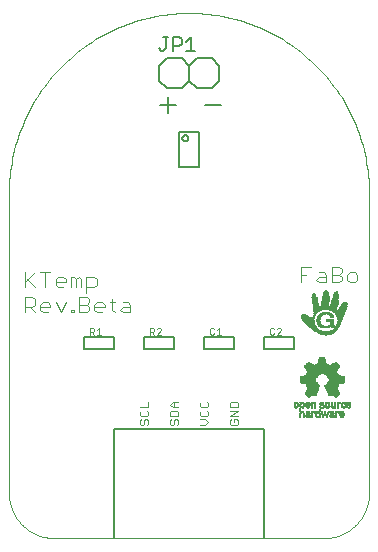
<source format=gto>
G75*
%MOIN*%
%OFA0B0*%
%FSLAX25Y25*%
%IPPOS*%
%LPD*%
%AMOC8*
5,1,8,0,0,1.08239X$1,22.5*
%
%ADD10C,0.00700*%
%ADD11C,0.00400*%
%ADD12C,0.00600*%
%ADD13C,0.00500*%
%ADD14C,0.00000*%
%ADD15C,0.00300*%
%ADD16C,0.00200*%
%ADD17R,0.00770X0.00035*%
%ADD18R,0.01400X0.00035*%
%ADD19R,0.01855X0.00035*%
%ADD20R,0.02170X0.00035*%
%ADD21R,0.02485X0.00035*%
%ADD22R,0.02765X0.00035*%
%ADD23R,0.02975X0.00035*%
%ADD24R,0.03220X0.00035*%
%ADD25R,0.03395X0.00035*%
%ADD26R,0.03605X0.00035*%
%ADD27R,0.03780X0.00035*%
%ADD28R,0.03955X0.00035*%
%ADD29R,0.04130X0.00035*%
%ADD30R,0.04270X0.00035*%
%ADD31R,0.04375X0.00035*%
%ADD32R,0.04550X0.00035*%
%ADD33R,0.04690X0.00035*%
%ADD34R,0.04865X0.00035*%
%ADD35R,0.04970X0.00035*%
%ADD36R,0.05110X0.00035*%
%ADD37R,0.05215X0.00035*%
%ADD38R,0.05355X0.00035*%
%ADD39R,0.05460X0.00035*%
%ADD40R,0.05600X0.00035*%
%ADD41R,0.05705X0.00035*%
%ADD42R,0.05810X0.00035*%
%ADD43R,0.05915X0.00035*%
%ADD44R,0.06055X0.00035*%
%ADD45R,0.06160X0.00035*%
%ADD46R,0.06265X0.00035*%
%ADD47R,0.06335X0.00035*%
%ADD48R,0.06440X0.00035*%
%ADD49R,0.06545X0.00035*%
%ADD50R,0.03080X0.00035*%
%ADD51R,0.02660X0.00035*%
%ADD52R,0.02870X0.00035*%
%ADD53R,0.02415X0.00035*%
%ADD54R,0.02730X0.00035*%
%ADD55R,0.02310X0.00035*%
%ADD56R,0.02695X0.00035*%
%ADD57R,0.02170X0.00035*%
%ADD58R,0.02590X0.00035*%
%ADD59R,0.02100X0.00035*%
%ADD60R,0.02520X0.00035*%
%ADD61R,0.02030X0.00035*%
%ADD62R,0.02450X0.00035*%
%ADD63R,0.01960X0.00035*%
%ADD64R,0.01890X0.00035*%
%ADD65R,0.02380X0.00035*%
%ADD66R,0.01785X0.00035*%
%ADD67R,0.01750X0.00035*%
%ADD68R,0.01715X0.00035*%
%ADD69R,0.02275X0.00035*%
%ADD70R,0.01645X0.00035*%
%ADD71R,0.02240X0.00035*%
%ADD72R,0.01610X0.00035*%
%ADD73R,0.02240X0.00035*%
%ADD74R,0.01575X0.00035*%
%ADD75R,0.01540X0.00035*%
%ADD76R,0.02205X0.00035*%
%ADD77R,0.01505X0.00035*%
%ADD78R,0.01470X0.00035*%
%ADD79R,0.01435X0.00035*%
%ADD80R,0.01365X0.00035*%
%ADD81R,0.01330X0.00035*%
%ADD82R,0.01295X0.00035*%
%ADD83R,0.01295X0.00035*%
%ADD84R,0.01260X0.00035*%
%ADD85R,0.01190X0.00035*%
%ADD86R,0.01225X0.00035*%
%ADD87R,0.00385X0.00035*%
%ADD88R,0.00980X0.00035*%
%ADD89R,0.01155X0.00035*%
%ADD90R,0.01645X0.00035*%
%ADD91R,0.01015X0.00035*%
%ADD92R,0.01050X0.00035*%
%ADD93R,0.02345X0.00035*%
%ADD94R,0.01085X0.00035*%
%ADD95R,0.02905X0.00035*%
%ADD96R,0.03045X0.00035*%
%ADD97R,0.01120X0.00035*%
%ADD98R,0.02345X0.00035*%
%ADD99R,0.03255X0.00035*%
%ADD100R,0.01120X0.00035*%
%ADD101R,0.03500X0.00035*%
%ADD102R,0.02415X0.00035*%
%ADD103R,0.03640X0.00035*%
%ADD104R,0.04900X0.00035*%
%ADD105R,0.04935X0.00035*%
%ADD106R,0.05005X0.00035*%
%ADD107R,0.01680X0.00035*%
%ADD108R,0.02065X0.00035*%
%ADD109R,0.02555X0.00035*%
%ADD110R,0.02590X0.00035*%
%ADD111R,0.02625X0.00035*%
%ADD112R,0.02695X0.00035*%
%ADD113R,0.01470X0.00035*%
%ADD114R,0.02765X0.00035*%
%ADD115R,0.02800X0.00035*%
%ADD116R,0.02835X0.00035*%
%ADD117R,0.01365X0.00035*%
%ADD118R,0.02940X0.00035*%
%ADD119R,0.03010X0.00035*%
%ADD120R,0.03045X0.00035*%
%ADD121R,0.03115X0.00035*%
%ADD122R,0.03150X0.00035*%
%ADD123R,0.03185X0.00035*%
%ADD124R,0.03220X0.00035*%
%ADD125R,0.01190X0.00035*%
%ADD126R,0.03290X0.00035*%
%ADD127R,0.03325X0.00035*%
%ADD128R,0.03360X0.00035*%
%ADD129R,0.03430X0.00035*%
%ADD130R,0.03465X0.00035*%
%ADD131R,0.03535X0.00035*%
%ADD132R,0.03570X0.00035*%
%ADD133R,0.03675X0.00035*%
%ADD134R,0.03710X0.00035*%
%ADD135R,0.03745X0.00035*%
%ADD136R,0.03815X0.00035*%
%ADD137R,0.03850X0.00035*%
%ADD138R,0.03885X0.00035*%
%ADD139R,0.03920X0.00035*%
%ADD140R,0.03990X0.00035*%
%ADD141R,0.04025X0.00035*%
%ADD142R,0.02870X0.00035*%
%ADD143R,0.04095X0.00035*%
%ADD144R,0.04165X0.00035*%
%ADD145R,0.04200X0.00035*%
%ADD146R,0.04235X0.00035*%
%ADD147R,0.04270X0.00035*%
%ADD148R,0.01820X0.00035*%
%ADD149R,0.04305X0.00035*%
%ADD150R,0.04340X0.00035*%
%ADD151R,0.01925X0.00035*%
%ADD152R,0.04410X0.00035*%
%ADD153R,0.00945X0.00035*%
%ADD154R,0.00875X0.00035*%
%ADD155R,0.00840X0.00035*%
%ADD156R,0.02135X0.00035*%
%ADD157R,0.00805X0.00035*%
%ADD158R,0.00735X0.00035*%
%ADD159R,0.01995X0.00035*%
%ADD160R,0.02520X0.00035*%
%ADD161R,0.01540X0.00035*%
%ADD162R,0.00770X0.00035*%
%ADD163R,0.00665X0.00035*%
%ADD164R,0.00420X0.00035*%
%ADD165R,0.00910X0.00035*%
%ADD166R,0.04060X0.00035*%
%ADD167R,0.01015X0.00035*%
%ADD168R,0.03115X0.00035*%
%ADD169R,0.03395X0.00035*%
%ADD170R,0.03745X0.00035*%
%ADD171R,0.04340X0.00035*%
%ADD172R,0.04480X0.00035*%
%ADD173R,0.02065X0.00035*%
%ADD174R,0.04515X0.00035*%
%ADD175R,0.04585X0.00035*%
%ADD176R,0.04760X0.00035*%
%ADD177R,0.04830X0.00035*%
%ADD178R,0.07805X0.00035*%
%ADD179R,0.07840X0.00035*%
%ADD180R,0.07875X0.00035*%
%ADD181R,0.07910X0.00035*%
%ADD182R,0.07945X0.00035*%
%ADD183R,0.07980X0.00035*%
%ADD184R,0.08015X0.00035*%
%ADD185R,0.08050X0.00035*%
%ADD186R,0.05635X0.00035*%
%ADD187R,0.01995X0.00035*%
%ADD188R,0.01890X0.00035*%
%ADD189R,0.01715X0.00035*%
%ADD190R,0.00945X0.00035*%
%ADD191R,0.00560X0.00035*%
%ADD192R,0.01820X0.00035*%
%ADD193R,0.00700X0.00035*%
%ADD194R,0.00630X0.00035*%
%ADD195R,0.00525X0.00035*%
%ADD196R,0.00175X0.00035*%
%ADD197R,0.00595X0.00035*%
%ADD198R,0.00490X0.00035*%
%ADD199R,0.00210X0.00035*%
%ADD200R,0.00490X0.00035*%
%ADD201R,0.00315X0.00035*%
%ADD202R,0.00520X0.00040*%
%ADD203R,0.00520X0.00040*%
%ADD204R,0.00760X0.00040*%
%ADD205R,0.00640X0.00040*%
%ADD206R,0.00440X0.00040*%
%ADD207R,0.00480X0.00040*%
%ADD208R,0.00520X0.00040*%
%ADD209R,0.00520X0.00040*%
%ADD210R,0.01400X0.00040*%
%ADD211R,0.00800X0.00040*%
%ADD212R,0.00480X0.00040*%
%ADD213R,0.00960X0.00040*%
%ADD214R,0.01440X0.00040*%
%ADD215R,0.01080X0.00040*%
%ADD216R,0.01520X0.00040*%
%ADD217R,0.01440X0.00040*%
%ADD218R,0.00560X0.00040*%
%ADD219R,0.01480X0.00040*%
%ADD220R,0.01200X0.00040*%
%ADD221R,0.01560X0.00040*%
%ADD222R,0.01320X0.00040*%
%ADD223R,0.01560X0.00040*%
%ADD224R,0.01520X0.00040*%
%ADD225R,0.00600X0.00040*%
%ADD226R,0.00560X0.00040*%
%ADD227R,0.01400X0.00040*%
%ADD228R,0.01600X0.00040*%
%ADD229R,0.00600X0.00040*%
%ADD230R,0.00640X0.00040*%
%ADD231R,0.01640X0.00040*%
%ADD232R,0.00680X0.00040*%
%ADD233R,0.01680X0.00040*%
%ADD234R,0.01680X0.00040*%
%ADD235R,0.01640X0.00040*%
%ADD236R,0.00720X0.00040*%
%ADD237R,0.01480X0.00040*%
%ADD238R,0.00760X0.00040*%
%ADD239R,0.00720X0.00040*%
%ADD240R,0.00640X0.00040*%
%ADD241R,0.00360X0.00040*%
%ADD242R,0.00240X0.00040*%
%ADD243R,0.00160X0.00040*%
%ADD244R,0.00840X0.00040*%
%ADD245R,0.00080X0.00040*%
%ADD246R,0.00880X0.00040*%
%ADD247R,0.00920X0.00040*%
%ADD248R,0.00960X0.00040*%
%ADD249R,0.01640X0.00040*%
%ADD250R,0.01760X0.00040*%
%ADD251R,0.00440X0.00040*%
%ADD252R,0.01000X0.00040*%
%ADD253R,0.01760X0.00040*%
%ADD254R,0.00440X0.00040*%
%ADD255R,0.01320X0.00040*%
%ADD256R,0.01200X0.00040*%
%ADD257R,0.00920X0.00040*%
%ADD258R,0.00840X0.00040*%
%ADD259R,0.00800X0.00040*%
%ADD260R,0.00080X0.00040*%
%ADD261R,0.00120X0.00040*%
%ADD262R,0.00240X0.00040*%
%ADD263R,0.00720X0.00040*%
%ADD264R,0.00200X0.00040*%
%ADD265R,0.00400X0.00040*%
%ADD266R,0.01240X0.00040*%
%ADD267R,0.01640X0.00040*%
%ADD268R,0.01440X0.00040*%
%ADD269R,0.01280X0.00040*%
%ADD270R,0.01520X0.00040*%
%ADD271R,0.01280X0.00040*%
%ADD272R,0.01520X0.00040*%
%ADD273R,0.01360X0.00040*%
%ADD274R,0.01440X0.00040*%
%ADD275R,0.01240X0.00040*%
%ADD276R,0.01120X0.00040*%
%ADD277R,0.01240X0.00040*%
%ADD278R,0.01040X0.00040*%
%ADD279R,0.00840X0.00040*%
%ADD280R,0.00440X0.00040*%
%ADD281R,0.00400X0.00040*%
%ADD282R,0.00320X0.00040*%
%ADD283R,0.00920X0.00040*%
%ADD284R,0.01040X0.00040*%
%ADD285R,0.01000X0.00040*%
%ADD286R,0.01080X0.00040*%
%ADD287R,0.01160X0.00040*%
%ADD288R,0.01040X0.00040*%
%ADD289R,0.01160X0.00040*%
%ADD290R,0.01600X0.00040*%
%ADD291R,0.01720X0.00040*%
%ADD292R,0.01720X0.00040*%
%ADD293R,0.00640X0.00040*%
%ADD294R,0.00680X0.00040*%
%ADD295R,0.00360X0.00040*%
%ADD296R,0.00280X0.00040*%
%ADD297R,0.00120X0.00040*%
%ADD298R,0.00040X0.00040*%
%ADD299R,0.00040X0.00040*%
%ADD300R,0.01320X0.00040*%
%ADD301R,0.00280X0.00040*%
%ADD302R,0.00320X0.00040*%
%ADD303R,0.01320X0.00040*%
%ADD304R,0.01120X0.00040*%
%ADD305R,0.01120X0.00040*%
%ADD306R,0.01800X0.00040*%
%ADD307R,0.01920X0.00040*%
%ADD308R,0.01920X0.00040*%
%ADD309R,0.02000X0.00040*%
%ADD310R,0.02120X0.00040*%
%ADD311R,0.02200X0.00040*%
%ADD312R,0.02320X0.00040*%
%ADD313R,0.02400X0.00040*%
%ADD314R,0.02520X0.00040*%
%ADD315R,0.02600X0.00040*%
%ADD316R,0.00880X0.00040*%
%ADD317R,0.03680X0.00040*%
%ADD318R,0.03720X0.00040*%
%ADD319R,0.03800X0.00040*%
%ADD320R,0.03840X0.00040*%
%ADD321R,0.03840X0.00040*%
%ADD322R,0.03920X0.00040*%
%ADD323R,0.03960X0.00040*%
%ADD324R,0.04000X0.00040*%
%ADD325R,0.04080X0.00040*%
%ADD326R,0.04120X0.00040*%
%ADD327R,0.04160X0.00040*%
%ADD328R,0.04200X0.00040*%
%ADD329R,0.04200X0.00040*%
%ADD330R,0.04160X0.00040*%
%ADD331R,0.04120X0.00040*%
%ADD332R,0.04080X0.00040*%
%ADD333R,0.04040X0.00040*%
%ADD334R,0.04040X0.00040*%
%ADD335R,0.04040X0.00040*%
%ADD336R,0.04040X0.00040*%
%ADD337R,0.03960X0.00040*%
%ADD338R,0.03920X0.00040*%
%ADD339R,0.03920X0.00040*%
%ADD340R,0.03880X0.00040*%
%ADD341R,0.03920X0.00040*%
%ADD342R,0.03880X0.00040*%
%ADD343R,0.03800X0.00040*%
%ADD344R,0.04240X0.00040*%
%ADD345R,0.04240X0.00040*%
%ADD346R,0.04280X0.00040*%
%ADD347R,0.04360X0.00040*%
%ADD348R,0.04400X0.00040*%
%ADD349R,0.04440X0.00040*%
%ADD350R,0.04520X0.00040*%
%ADD351R,0.04520X0.00040*%
%ADD352R,0.04520X0.00040*%
%ADD353R,0.04520X0.00040*%
%ADD354R,0.04480X0.00040*%
%ADD355R,0.04440X0.00040*%
%ADD356R,0.04400X0.00040*%
%ADD357R,0.04360X0.00040*%
%ADD358R,0.04320X0.00040*%
%ADD359R,0.04240X0.00040*%
%ADD360R,0.04320X0.00040*%
%ADD361R,0.04320X0.00040*%
%ADD362R,0.04560X0.00040*%
%ADD363R,0.04720X0.00040*%
%ADD364R,0.04920X0.00040*%
%ADD365R,0.04920X0.00040*%
%ADD366R,0.05080X0.00040*%
%ADD367R,0.05240X0.00040*%
%ADD368R,0.05240X0.00040*%
%ADD369R,0.05480X0.00040*%
%ADD370R,0.05640X0.00040*%
%ADD371R,0.05640X0.00040*%
%ADD372R,0.05680X0.00040*%
%ADD373R,0.05640X0.00040*%
%ADD374R,0.05600X0.00040*%
%ADD375R,0.05600X0.00040*%
%ADD376R,0.05560X0.00040*%
%ADD377R,0.05520X0.00040*%
%ADD378R,0.05520X0.00040*%
%ADD379R,0.05480X0.00040*%
%ADD380R,0.05440X0.00040*%
%ADD381R,0.05440X0.00040*%
%ADD382R,0.05560X0.00040*%
%ADD383R,0.05680X0.00040*%
%ADD384R,0.05440X0.00040*%
%ADD385R,0.05280X0.00040*%
%ADD386R,0.04920X0.00040*%
%ADD387R,0.04600X0.00040*%
%ADD388R,0.04840X0.00040*%
%ADD389R,0.10440X0.00040*%
%ADD390R,0.10360X0.00040*%
%ADD391R,0.10360X0.00040*%
%ADD392R,0.10280X0.00040*%
%ADD393R,0.10200X0.00040*%
%ADD394R,0.10200X0.00040*%
%ADD395R,0.10120X0.00040*%
%ADD396R,0.10040X0.00040*%
%ADD397R,0.10040X0.00040*%
%ADD398R,0.09960X0.00040*%
%ADD399R,0.09880X0.00040*%
%ADD400R,0.09880X0.00040*%
%ADD401R,0.09800X0.00040*%
%ADD402R,0.09720X0.00040*%
%ADD403R,0.09720X0.00040*%
%ADD404R,0.10280X0.00040*%
%ADD405R,0.10520X0.00040*%
%ADD406R,0.10520X0.00040*%
%ADD407R,0.10600X0.00040*%
%ADD408R,0.10680X0.00040*%
%ADD409R,0.10760X0.00040*%
%ADD410R,0.10840X0.00040*%
%ADD411R,0.10920X0.00040*%
%ADD412R,0.11000X0.00040*%
%ADD413R,0.11080X0.00040*%
%ADD414R,0.11080X0.00040*%
%ADD415R,0.11160X0.00040*%
%ADD416R,0.11240X0.00040*%
%ADD417R,0.11320X0.00040*%
%ADD418R,0.11400X0.00040*%
%ADD419R,0.11400X0.00040*%
%ADD420R,0.11480X0.00040*%
%ADD421R,0.11560X0.00040*%
%ADD422R,0.11640X0.00040*%
%ADD423R,0.11640X0.00040*%
%ADD424R,0.11720X0.00040*%
%ADD425R,0.11800X0.00040*%
%ADD426R,0.11880X0.00040*%
%ADD427R,0.11880X0.00040*%
%ADD428R,0.11960X0.00040*%
%ADD429R,0.11720X0.00040*%
%ADD430R,0.11320X0.00040*%
%ADD431R,0.02760X0.00040*%
%ADD432R,0.05400X0.00040*%
%ADD433R,0.02640X0.00040*%
%ADD434R,0.05160X0.00040*%
%ADD435R,0.02560X0.00040*%
%ADD436R,0.05000X0.00040*%
%ADD437R,0.02440X0.00040*%
%ADD438R,0.04760X0.00040*%
%ADD439R,0.02440X0.00040*%
%ADD440R,0.02360X0.00040*%
%ADD441R,0.04600X0.00040*%
%ADD442R,0.02280X0.00040*%
%ADD443R,0.02240X0.00040*%
%ADD444R,0.02160X0.00040*%
%ADD445R,0.02080X0.00040*%
%ADD446R,0.01960X0.00040*%
%ADD447R,0.01880X0.00040*%
%ADD448R,0.03640X0.00040*%
%ADD449R,0.03400X0.00040*%
%ADD450R,0.03240X0.00040*%
%ADD451R,0.03000X0.00040*%
%ADD452R,0.02920X0.00040*%
%ADD453R,0.01360X0.00040*%
%ADD454R,0.02840X0.00040*%
%ADD455R,0.02840X0.00040*%
%ADD456R,0.02760X0.00040*%
%ADD457R,0.02680X0.00040*%
%ADD458R,0.02680X0.00040*%
%ADD459R,0.02600X0.00040*%
%ADD460R,0.02520X0.00040*%
%ADD461R,0.02520X0.00040*%
%ADD462R,0.02440X0.00040*%
%ADD463R,0.02360X0.00040*%
%ADD464R,0.02280X0.00040*%
%ADD465R,0.02200X0.00040*%
%ADD466R,0.02120X0.00040*%
D10*
X0054786Y0143468D02*
X0054786Y0148739D01*
X0052150Y0146103D02*
X0057421Y0146103D01*
X0067150Y0146103D02*
X0072421Y0146103D01*
D11*
X0099000Y0092204D02*
X0102470Y0092204D01*
X0100735Y0089602D02*
X0099000Y0089602D01*
X0099000Y0087000D02*
X0099000Y0092204D01*
X0105024Y0090470D02*
X0106759Y0090470D01*
X0107626Y0089602D01*
X0107626Y0087000D01*
X0105024Y0087000D01*
X0104156Y0087867D01*
X0105024Y0088735D01*
X0107626Y0088735D01*
X0109313Y0089602D02*
X0111915Y0089602D01*
X0112782Y0088735D01*
X0112782Y0087867D01*
X0111915Y0087000D01*
X0109313Y0087000D01*
X0109313Y0092204D01*
X0111915Y0092204D01*
X0112782Y0091337D01*
X0112782Y0090470D01*
X0111915Y0089602D01*
X0114469Y0089602D02*
X0114469Y0087867D01*
X0115337Y0087000D01*
X0117071Y0087000D01*
X0117939Y0087867D01*
X0117939Y0089602D01*
X0117071Y0090470D01*
X0115337Y0090470D01*
X0114469Y0089602D01*
X0042267Y0079602D02*
X0042267Y0077000D01*
X0039665Y0077000D01*
X0038798Y0077867D01*
X0039665Y0078735D01*
X0042267Y0078735D01*
X0042267Y0079602D02*
X0041400Y0080470D01*
X0039665Y0080470D01*
X0037095Y0080470D02*
X0035360Y0080470D01*
X0036228Y0081337D02*
X0036228Y0077867D01*
X0037095Y0077000D01*
X0033673Y0078735D02*
X0030204Y0078735D01*
X0030204Y0079602D02*
X0031071Y0080470D01*
X0032806Y0080470D01*
X0033673Y0079602D01*
X0033673Y0078735D01*
X0032806Y0077000D02*
X0031071Y0077000D01*
X0030204Y0077867D01*
X0030204Y0079602D01*
X0028517Y0078735D02*
X0028517Y0077867D01*
X0027650Y0077000D01*
X0025047Y0077000D01*
X0025047Y0082204D01*
X0027650Y0082204D01*
X0028517Y0081337D01*
X0028517Y0080470D01*
X0027650Y0079602D01*
X0025047Y0079602D01*
X0023337Y0077867D02*
X0023337Y0077000D01*
X0022469Y0077000D01*
X0022469Y0077867D01*
X0023337Y0077867D01*
X0020782Y0080470D02*
X0019048Y0077000D01*
X0017313Y0080470D01*
X0015626Y0079602D02*
X0015626Y0078735D01*
X0012156Y0078735D01*
X0012156Y0079602D02*
X0013024Y0080470D01*
X0014759Y0080470D01*
X0015626Y0079602D01*
X0014759Y0077000D02*
X0013024Y0077000D01*
X0012156Y0077867D01*
X0012156Y0079602D01*
X0010470Y0079602D02*
X0010470Y0081337D01*
X0009602Y0082204D01*
X0007000Y0082204D01*
X0007000Y0077000D01*
X0007000Y0078735D02*
X0009602Y0078735D01*
X0010470Y0079602D01*
X0008735Y0078735D02*
X0010470Y0077000D01*
X0010470Y0085400D02*
X0007867Y0088002D01*
X0007000Y0087135D02*
X0010470Y0090604D01*
X0012156Y0090604D02*
X0015626Y0090604D01*
X0013891Y0090604D02*
X0013891Y0085400D01*
X0017313Y0086267D02*
X0018180Y0085400D01*
X0019915Y0085400D01*
X0020782Y0087135D02*
X0017313Y0087135D01*
X0017313Y0088002D02*
X0017313Y0086267D01*
X0017313Y0088002D02*
X0018180Y0088870D01*
X0019915Y0088870D01*
X0020782Y0088002D01*
X0020782Y0087135D01*
X0022469Y0085400D02*
X0022469Y0088870D01*
X0023337Y0088870D01*
X0024204Y0088002D01*
X0025071Y0088870D01*
X0025939Y0088002D01*
X0025939Y0085400D01*
X0024204Y0085400D02*
X0024204Y0088002D01*
X0027626Y0088870D02*
X0027626Y0083665D01*
X0027626Y0085400D02*
X0030228Y0085400D01*
X0031095Y0086267D01*
X0031095Y0088002D01*
X0030228Y0088870D01*
X0027626Y0088870D01*
X0027650Y0079602D02*
X0028517Y0078735D01*
X0007000Y0085400D02*
X0007000Y0090604D01*
D12*
X0054300Y0151800D02*
X0051800Y0154300D01*
X0051800Y0159300D01*
X0054300Y0161800D01*
X0059300Y0161800D01*
X0061800Y0159300D01*
X0064300Y0161800D01*
X0069300Y0161800D01*
X0071800Y0159300D01*
X0071800Y0154300D01*
X0069300Y0151800D01*
X0064300Y0151800D01*
X0061800Y0154300D01*
X0059300Y0151800D01*
X0054300Y0151800D01*
X0061800Y0154300D02*
X0061800Y0159300D01*
D13*
X0062459Y0164250D02*
X0062459Y0168754D01*
X0060958Y0167253D01*
X0059356Y0168003D02*
X0059356Y0166502D01*
X0058606Y0165751D01*
X0056354Y0165751D01*
X0056354Y0164250D02*
X0056354Y0168754D01*
X0058606Y0168754D01*
X0059356Y0168003D01*
X0060958Y0164250D02*
X0063960Y0164250D01*
X0054753Y0168754D02*
X0053251Y0168754D01*
X0054002Y0168754D02*
X0054002Y0165001D01*
X0053251Y0164250D01*
X0052501Y0164250D01*
X0051750Y0165001D01*
X0058591Y0137213D02*
X0058591Y0125599D01*
X0065009Y0125599D01*
X0065009Y0137213D01*
X0058591Y0137213D01*
X0059610Y0135100D02*
X0059612Y0135163D01*
X0059618Y0135225D01*
X0059628Y0135287D01*
X0059642Y0135349D01*
X0059659Y0135409D01*
X0059681Y0135468D01*
X0059706Y0135525D01*
X0059735Y0135581D01*
X0059767Y0135635D01*
X0059803Y0135687D01*
X0059842Y0135736D01*
X0059884Y0135783D01*
X0059928Y0135827D01*
X0059976Y0135868D01*
X0060026Y0135906D01*
X0060078Y0135941D01*
X0060132Y0135973D01*
X0060189Y0136001D01*
X0060247Y0136025D01*
X0060306Y0136045D01*
X0060367Y0136062D01*
X0060428Y0136075D01*
X0060490Y0136084D01*
X0060553Y0136089D01*
X0060616Y0136090D01*
X0060678Y0136087D01*
X0060741Y0136080D01*
X0060803Y0136069D01*
X0060864Y0136054D01*
X0060924Y0136036D01*
X0060982Y0136013D01*
X0061040Y0135987D01*
X0061095Y0135957D01*
X0061148Y0135924D01*
X0061200Y0135888D01*
X0061248Y0135848D01*
X0061294Y0135806D01*
X0061338Y0135760D01*
X0061378Y0135712D01*
X0061415Y0135661D01*
X0061449Y0135609D01*
X0061480Y0135554D01*
X0061507Y0135497D01*
X0061530Y0135439D01*
X0061550Y0135379D01*
X0061566Y0135318D01*
X0061578Y0135256D01*
X0061586Y0135194D01*
X0061590Y0135131D01*
X0061590Y0135069D01*
X0061586Y0135006D01*
X0061578Y0134944D01*
X0061566Y0134882D01*
X0061550Y0134821D01*
X0061530Y0134761D01*
X0061507Y0134703D01*
X0061480Y0134646D01*
X0061449Y0134591D01*
X0061415Y0134539D01*
X0061378Y0134488D01*
X0061338Y0134440D01*
X0061294Y0134394D01*
X0061248Y0134352D01*
X0061200Y0134312D01*
X0061148Y0134276D01*
X0061095Y0134243D01*
X0061040Y0134213D01*
X0060982Y0134187D01*
X0060924Y0134164D01*
X0060864Y0134146D01*
X0060803Y0134131D01*
X0060741Y0134120D01*
X0060678Y0134113D01*
X0060616Y0134110D01*
X0060553Y0134111D01*
X0060490Y0134116D01*
X0060428Y0134125D01*
X0060367Y0134138D01*
X0060306Y0134155D01*
X0060247Y0134175D01*
X0060189Y0134199D01*
X0060132Y0134227D01*
X0060078Y0134259D01*
X0060026Y0134294D01*
X0059976Y0134332D01*
X0059928Y0134373D01*
X0059884Y0134417D01*
X0059842Y0134464D01*
X0059803Y0134513D01*
X0059767Y0134565D01*
X0059735Y0134619D01*
X0059706Y0134675D01*
X0059681Y0134732D01*
X0059659Y0134791D01*
X0059642Y0134851D01*
X0059628Y0134913D01*
X0059618Y0134975D01*
X0059612Y0135037D01*
X0059610Y0135100D01*
X0056918Y0068769D02*
X0046682Y0068769D01*
X0046682Y0064831D01*
X0047076Y0064831D02*
X0056918Y0064831D01*
X0056918Y0068769D01*
X0066682Y0068769D02*
X0066682Y0064831D01*
X0067076Y0064831D02*
X0076918Y0064831D01*
X0076918Y0068769D01*
X0066682Y0068769D01*
X0086682Y0068769D02*
X0086682Y0064831D01*
X0087076Y0064831D02*
X0096918Y0064831D01*
X0096918Y0068769D01*
X0086682Y0068769D01*
X0086800Y0038050D02*
X0036800Y0038050D01*
X0036800Y0001800D01*
X0036918Y0064831D02*
X0027076Y0064831D01*
X0026682Y0064831D02*
X0026682Y0068769D01*
X0036918Y0068769D01*
X0036918Y0064831D01*
X0086800Y0038050D02*
X0086800Y0001800D01*
D14*
X0001800Y0016800D02*
X0001800Y0116800D01*
X0001818Y0118261D01*
X0001871Y0119721D01*
X0001960Y0121180D01*
X0002084Y0122636D01*
X0002244Y0124088D01*
X0002439Y0125536D01*
X0002670Y0126979D01*
X0002935Y0128416D01*
X0003235Y0129846D01*
X0003570Y0131268D01*
X0003940Y0132682D01*
X0004344Y0134086D01*
X0004782Y0135480D01*
X0005254Y0136863D01*
X0005759Y0138234D01*
X0006298Y0139592D01*
X0006869Y0140937D01*
X0007473Y0142267D01*
X0008109Y0143583D01*
X0008777Y0144882D01*
X0009477Y0146165D01*
X0010208Y0147430D01*
X0010969Y0148678D01*
X0011760Y0149906D01*
X0012581Y0151115D01*
X0013431Y0152303D01*
X0014310Y0153470D01*
X0015217Y0154616D01*
X0016152Y0155739D01*
X0017114Y0156839D01*
X0018102Y0157915D01*
X0019116Y0158967D01*
X0020156Y0159994D01*
X0021220Y0160995D01*
X0022308Y0161971D01*
X0023420Y0162919D01*
X0024554Y0163840D01*
X0025711Y0164733D01*
X0026888Y0165597D01*
X0028087Y0166433D01*
X0029306Y0167239D01*
X0030544Y0168016D01*
X0031800Y0168762D01*
X0033074Y0169477D01*
X0034365Y0170161D01*
X0035673Y0170813D01*
X0036996Y0171433D01*
X0038334Y0172021D01*
X0039685Y0172576D01*
X0041050Y0173098D01*
X0042427Y0173586D01*
X0043816Y0174041D01*
X0045215Y0174462D01*
X0046624Y0174849D01*
X0048042Y0175201D01*
X0049468Y0175519D01*
X0050902Y0175802D01*
X0052342Y0176050D01*
X0053787Y0176263D01*
X0055238Y0176440D01*
X0056692Y0176582D01*
X0058149Y0176689D01*
X0059609Y0176760D01*
X0061069Y0176796D01*
X0062531Y0176796D01*
X0063991Y0176760D01*
X0065451Y0176689D01*
X0066908Y0176582D01*
X0068362Y0176440D01*
X0069813Y0176263D01*
X0071258Y0176050D01*
X0072698Y0175802D01*
X0074132Y0175519D01*
X0075558Y0175201D01*
X0076976Y0174849D01*
X0078385Y0174462D01*
X0079784Y0174041D01*
X0081173Y0173586D01*
X0082550Y0173098D01*
X0083915Y0172576D01*
X0085266Y0172021D01*
X0086604Y0171433D01*
X0087927Y0170813D01*
X0089235Y0170161D01*
X0090526Y0169477D01*
X0091800Y0168762D01*
X0093056Y0168016D01*
X0094294Y0167239D01*
X0095513Y0166433D01*
X0096712Y0165597D01*
X0097889Y0164733D01*
X0099046Y0163840D01*
X0100180Y0162919D01*
X0101292Y0161971D01*
X0102380Y0160995D01*
X0103444Y0159994D01*
X0104484Y0158967D01*
X0105498Y0157915D01*
X0106486Y0156839D01*
X0107448Y0155739D01*
X0108383Y0154616D01*
X0109290Y0153470D01*
X0110169Y0152303D01*
X0111019Y0151115D01*
X0111840Y0149906D01*
X0112631Y0148678D01*
X0113392Y0147430D01*
X0114123Y0146165D01*
X0114823Y0144882D01*
X0115491Y0143583D01*
X0116127Y0142267D01*
X0116731Y0140937D01*
X0117302Y0139592D01*
X0117841Y0138234D01*
X0118346Y0136863D01*
X0118818Y0135480D01*
X0119256Y0134086D01*
X0119660Y0132682D01*
X0120030Y0131268D01*
X0120365Y0129846D01*
X0120665Y0128416D01*
X0120930Y0126979D01*
X0121161Y0125536D01*
X0121356Y0124088D01*
X0121516Y0122636D01*
X0121640Y0121180D01*
X0121729Y0119721D01*
X0121782Y0118261D01*
X0121800Y0116800D01*
X0121800Y0016800D01*
X0121796Y0016438D01*
X0121782Y0016075D01*
X0121761Y0015713D01*
X0121730Y0015352D01*
X0121691Y0014992D01*
X0121643Y0014633D01*
X0121586Y0014275D01*
X0121521Y0013918D01*
X0121447Y0013563D01*
X0121364Y0013210D01*
X0121273Y0012859D01*
X0121174Y0012511D01*
X0121066Y0012165D01*
X0120950Y0011821D01*
X0120825Y0011481D01*
X0120693Y0011144D01*
X0120552Y0010810D01*
X0120403Y0010479D01*
X0120246Y0010152D01*
X0120082Y0009829D01*
X0119910Y0009510D01*
X0119730Y0009196D01*
X0119542Y0008885D01*
X0119347Y0008580D01*
X0119145Y0008279D01*
X0118935Y0007983D01*
X0118719Y0007693D01*
X0118495Y0007407D01*
X0118265Y0007127D01*
X0118028Y0006853D01*
X0117784Y0006585D01*
X0117534Y0006322D01*
X0117278Y0006066D01*
X0117015Y0005816D01*
X0116747Y0005572D01*
X0116473Y0005335D01*
X0116193Y0005105D01*
X0115907Y0004881D01*
X0115617Y0004665D01*
X0115321Y0004455D01*
X0115020Y0004253D01*
X0114715Y0004058D01*
X0114404Y0003870D01*
X0114090Y0003690D01*
X0113771Y0003518D01*
X0113448Y0003354D01*
X0113121Y0003197D01*
X0112790Y0003048D01*
X0112456Y0002907D01*
X0112119Y0002775D01*
X0111779Y0002650D01*
X0111435Y0002534D01*
X0111089Y0002426D01*
X0110741Y0002327D01*
X0110390Y0002236D01*
X0110037Y0002153D01*
X0109682Y0002079D01*
X0109325Y0002014D01*
X0108967Y0001957D01*
X0108608Y0001909D01*
X0108248Y0001870D01*
X0107887Y0001839D01*
X0107525Y0001818D01*
X0107162Y0001804D01*
X0106800Y0001800D01*
X0016800Y0001800D01*
X0016438Y0001804D01*
X0016075Y0001818D01*
X0015713Y0001839D01*
X0015352Y0001870D01*
X0014992Y0001909D01*
X0014633Y0001957D01*
X0014275Y0002014D01*
X0013918Y0002079D01*
X0013563Y0002153D01*
X0013210Y0002236D01*
X0012859Y0002327D01*
X0012511Y0002426D01*
X0012165Y0002534D01*
X0011821Y0002650D01*
X0011481Y0002775D01*
X0011144Y0002907D01*
X0010810Y0003048D01*
X0010479Y0003197D01*
X0010152Y0003354D01*
X0009829Y0003518D01*
X0009510Y0003690D01*
X0009196Y0003870D01*
X0008885Y0004058D01*
X0008580Y0004253D01*
X0008279Y0004455D01*
X0007983Y0004665D01*
X0007693Y0004881D01*
X0007407Y0005105D01*
X0007127Y0005335D01*
X0006853Y0005572D01*
X0006585Y0005816D01*
X0006322Y0006066D01*
X0006066Y0006322D01*
X0005816Y0006585D01*
X0005572Y0006853D01*
X0005335Y0007127D01*
X0005105Y0007407D01*
X0004881Y0007693D01*
X0004665Y0007983D01*
X0004455Y0008279D01*
X0004253Y0008580D01*
X0004058Y0008885D01*
X0003870Y0009196D01*
X0003690Y0009510D01*
X0003518Y0009829D01*
X0003354Y0010152D01*
X0003197Y0010479D01*
X0003048Y0010810D01*
X0002907Y0011144D01*
X0002775Y0011481D01*
X0002650Y0011821D01*
X0002534Y0012165D01*
X0002426Y0012511D01*
X0002327Y0012859D01*
X0002236Y0013210D01*
X0002153Y0013563D01*
X0002079Y0013918D01*
X0002014Y0014275D01*
X0001957Y0014633D01*
X0001909Y0014992D01*
X0001870Y0015352D01*
X0001839Y0015713D01*
X0001818Y0016075D01*
X0001804Y0016438D01*
X0001800Y0016800D01*
D15*
X0045348Y0039934D02*
X0045831Y0039450D01*
X0046315Y0039450D01*
X0046799Y0039934D01*
X0046799Y0040901D01*
X0047283Y0041385D01*
X0047766Y0041385D01*
X0048250Y0040901D01*
X0048250Y0039934D01*
X0047766Y0039450D01*
X0045831Y0041385D02*
X0045348Y0040901D01*
X0045348Y0039934D01*
X0045831Y0042397D02*
X0047766Y0042397D01*
X0048250Y0042880D01*
X0048250Y0043848D01*
X0047766Y0044331D01*
X0048250Y0045343D02*
X0048250Y0047278D01*
X0048250Y0045343D02*
X0045348Y0045343D01*
X0045831Y0044331D02*
X0045348Y0043848D01*
X0045348Y0042880D01*
X0045831Y0042397D01*
X0055348Y0042397D02*
X0055348Y0043848D01*
X0055831Y0044331D01*
X0057766Y0044331D01*
X0058250Y0043848D01*
X0058250Y0042397D01*
X0055348Y0042397D01*
X0055831Y0041385D02*
X0055348Y0040901D01*
X0055348Y0039934D01*
X0055831Y0039450D01*
X0056315Y0039450D01*
X0056799Y0039934D01*
X0056799Y0040901D01*
X0057283Y0041385D01*
X0057766Y0041385D01*
X0058250Y0040901D01*
X0058250Y0039934D01*
X0057766Y0039450D01*
X0058250Y0045343D02*
X0056315Y0045343D01*
X0055348Y0046311D01*
X0056315Y0047278D01*
X0058250Y0047278D01*
X0056799Y0047278D02*
X0056799Y0045343D01*
X0065348Y0045827D02*
X0065831Y0045343D01*
X0067766Y0045343D01*
X0068250Y0045827D01*
X0068250Y0046794D01*
X0067766Y0047278D01*
X0065831Y0047278D02*
X0065348Y0046794D01*
X0065348Y0045827D01*
X0065831Y0044331D02*
X0065348Y0043848D01*
X0065348Y0042880D01*
X0065831Y0042397D01*
X0067766Y0042397D01*
X0068250Y0042880D01*
X0068250Y0043848D01*
X0067766Y0044331D01*
X0067283Y0041385D02*
X0065348Y0041385D01*
X0065348Y0039450D02*
X0067283Y0039450D01*
X0068250Y0040417D01*
X0067283Y0041385D01*
X0075348Y0040901D02*
X0075348Y0039934D01*
X0075831Y0039450D01*
X0077766Y0039450D01*
X0078250Y0039934D01*
X0078250Y0040901D01*
X0077766Y0041385D01*
X0076799Y0041385D01*
X0076799Y0040417D01*
X0075831Y0041385D02*
X0075348Y0040901D01*
X0075348Y0042397D02*
X0078250Y0044331D01*
X0075348Y0044331D01*
X0075348Y0045343D02*
X0075348Y0046794D01*
X0075831Y0047278D01*
X0077766Y0047278D01*
X0078250Y0046794D01*
X0078250Y0045343D01*
X0075348Y0045343D01*
X0075348Y0042397D02*
X0078250Y0042397D01*
D16*
X0072460Y0069656D02*
X0070992Y0069656D01*
X0071726Y0069656D02*
X0071726Y0071858D01*
X0070992Y0071124D01*
X0070250Y0071491D02*
X0069883Y0071858D01*
X0069149Y0071858D01*
X0068782Y0071491D01*
X0068782Y0070023D01*
X0069149Y0069656D01*
X0069883Y0069656D01*
X0070250Y0070023D01*
X0052460Y0069656D02*
X0050992Y0069656D01*
X0052460Y0071124D01*
X0052460Y0071491D01*
X0052093Y0071858D01*
X0051359Y0071858D01*
X0050992Y0071491D01*
X0050250Y0071491D02*
X0050250Y0070757D01*
X0049883Y0070390D01*
X0048782Y0070390D01*
X0049516Y0070390D02*
X0050250Y0069656D01*
X0048782Y0069656D02*
X0048782Y0071858D01*
X0049883Y0071858D01*
X0050250Y0071491D01*
X0032460Y0069656D02*
X0030992Y0069656D01*
X0031726Y0069656D02*
X0031726Y0071858D01*
X0030992Y0071124D01*
X0030250Y0071491D02*
X0030250Y0070757D01*
X0029883Y0070390D01*
X0028782Y0070390D01*
X0029516Y0070390D02*
X0030250Y0069656D01*
X0028782Y0069656D02*
X0028782Y0071858D01*
X0029883Y0071858D01*
X0030250Y0071491D01*
X0088782Y0071491D02*
X0088782Y0070023D01*
X0089149Y0069656D01*
X0089883Y0069656D01*
X0090250Y0070023D01*
X0090992Y0069656D02*
X0092460Y0071124D01*
X0092460Y0071491D01*
X0092093Y0071858D01*
X0091359Y0071858D01*
X0090992Y0071491D01*
X0090250Y0071491D02*
X0089883Y0071858D01*
X0089149Y0071858D01*
X0088782Y0071491D01*
X0090992Y0069656D02*
X0092460Y0069656D01*
D17*
X0103377Y0075425D03*
X0103412Y0075460D03*
X0103412Y0075495D03*
X0103448Y0075530D03*
X0103587Y0075845D03*
X0103623Y0075915D03*
X0103448Y0082880D03*
X0110973Y0083650D03*
X0107577Y0069300D03*
D18*
X0107577Y0069335D03*
X0110517Y0071190D03*
X0110552Y0071225D03*
X0110587Y0071260D03*
X0109502Y0072730D03*
X0111987Y0073955D03*
X0111987Y0073990D03*
X0111987Y0074025D03*
X0112023Y0074060D03*
X0112023Y0074095D03*
X0109117Y0076125D03*
X0105512Y0075775D03*
X0105477Y0075740D03*
X0105408Y0075635D03*
X0105373Y0075600D03*
X0105337Y0075530D03*
X0105302Y0075495D03*
X0105267Y0075425D03*
X0104077Y0076860D03*
X0100262Y0075950D03*
X0105337Y0072765D03*
X0105373Y0072730D03*
X0103552Y0082285D03*
X0107577Y0083615D03*
X0110902Y0083160D03*
D19*
X0110815Y0082565D03*
X0110815Y0082530D03*
X0107560Y0083055D03*
X0107560Y0083090D03*
X0104305Y0077210D03*
X0106335Y0076300D03*
X0106020Y0072275D03*
X0107560Y0069370D03*
X0109940Y0070735D03*
X0109275Y0072415D03*
X0112145Y0074935D03*
X0112145Y0074970D03*
X0103710Y0081340D03*
X0103710Y0081375D03*
X0103710Y0081410D03*
X0100315Y0075705D03*
D20*
X0104427Y0077385D03*
X0104077Y0079450D03*
X0103973Y0079870D03*
X0103973Y0079905D03*
X0106248Y0072240D03*
X0103798Y0071330D03*
X0107577Y0069405D03*
X0112162Y0075425D03*
X0110062Y0077560D03*
D21*
X0112145Y0075810D03*
X0113055Y0078120D03*
X0113055Y0078155D03*
X0113090Y0078190D03*
X0107385Y0081235D03*
X0107385Y0081270D03*
X0107385Y0081305D03*
X0107385Y0081340D03*
X0107385Y0081375D03*
X0104585Y0077525D03*
X0102800Y0072310D03*
X0102835Y0072275D03*
X0107210Y0071855D03*
X0107560Y0069440D03*
D22*
X0107560Y0069475D03*
X0108820Y0072240D03*
X0112110Y0076090D03*
X0107245Y0079695D03*
X0107245Y0079730D03*
X0107245Y0079765D03*
X0107245Y0079800D03*
X0107245Y0079835D03*
X0107245Y0079870D03*
X0102485Y0072695D03*
X0100665Y0075180D03*
D23*
X0104795Y0077700D03*
X0107210Y0078995D03*
X0107210Y0079030D03*
X0107210Y0079065D03*
X0107210Y0079100D03*
X0107560Y0069510D03*
D24*
X0107542Y0069545D03*
X0112057Y0076475D03*
D25*
X0107210Y0072030D03*
X0107525Y0069580D03*
X0101925Y0073535D03*
D26*
X0101785Y0073780D03*
X0107525Y0069615D03*
X0111970Y0076755D03*
D27*
X0111917Y0076895D03*
X0107507Y0069650D03*
X0101662Y0074060D03*
D28*
X0101575Y0074305D03*
X0101575Y0074340D03*
X0107525Y0069685D03*
X0111865Y0077000D03*
D29*
X0107542Y0076335D03*
X0107507Y0069720D03*
X0101523Y0074550D03*
X0101523Y0074585D03*
X0101523Y0074620D03*
D30*
X0107507Y0069755D03*
D31*
X0107490Y0069790D03*
X0101470Y0075075D03*
X0111760Y0077245D03*
D32*
X0107473Y0069825D03*
D33*
X0107472Y0069860D03*
X0111672Y0077385D03*
D34*
X0107455Y0069895D03*
D35*
X0107437Y0069930D03*
D36*
X0107437Y0069965D03*
D37*
X0107420Y0070000D03*
D38*
X0107420Y0070035D03*
D39*
X0107402Y0070070D03*
D40*
X0107402Y0070105D03*
X0108417Y0078505D03*
X0108417Y0078540D03*
X0108452Y0078645D03*
D41*
X0107385Y0070140D03*
D42*
X0107367Y0070175D03*
D43*
X0107350Y0070210D03*
D44*
X0107350Y0070245D03*
D45*
X0107332Y0070280D03*
D46*
X0107315Y0070315D03*
D47*
X0107315Y0070350D03*
D48*
X0107297Y0070385D03*
D49*
X0107280Y0070420D03*
D50*
X0105477Y0070455D03*
X0102152Y0073150D03*
X0107227Y0078785D03*
X0112057Y0076370D03*
D51*
X0112127Y0075985D03*
X0112792Y0077700D03*
X0112827Y0077735D03*
X0109782Y0077735D03*
X0107297Y0080290D03*
X0107297Y0080325D03*
X0107297Y0080360D03*
X0107297Y0080395D03*
X0107297Y0080430D03*
X0107297Y0080465D03*
X0100612Y0075215D03*
X0102537Y0072625D03*
X0102572Y0072590D03*
X0109257Y0070455D03*
D52*
X0105337Y0070490D03*
X0102362Y0072870D03*
X0102327Y0072905D03*
X0107227Y0079310D03*
X0107227Y0079345D03*
X0107227Y0079380D03*
X0107227Y0079415D03*
X0107227Y0079450D03*
D53*
X0107420Y0081585D03*
X0107420Y0081620D03*
X0107420Y0081655D03*
X0107420Y0081690D03*
X0107420Y0081725D03*
X0109905Y0077665D03*
X0110045Y0078680D03*
X0110080Y0078785D03*
X0110080Y0078820D03*
X0110115Y0078890D03*
X0110115Y0078925D03*
X0110185Y0079170D03*
X0113160Y0078365D03*
X0113195Y0078435D03*
X0109415Y0070490D03*
X0103010Y0072065D03*
X0102940Y0072135D03*
X0100490Y0075355D03*
D54*
X0104707Y0077630D03*
X0107262Y0079905D03*
X0107262Y0079940D03*
X0107262Y0079975D03*
X0107262Y0080010D03*
X0107262Y0080045D03*
X0112127Y0076055D03*
X0112723Y0077595D03*
X0105198Y0070525D03*
D55*
X0104567Y0070805D03*
X0104497Y0070840D03*
X0103202Y0071855D03*
X0100437Y0075425D03*
X0104497Y0077455D03*
X0104287Y0078750D03*
X0104287Y0078785D03*
X0104252Y0078820D03*
X0104252Y0078855D03*
X0107472Y0082040D03*
X0107472Y0082075D03*
X0107472Y0082110D03*
X0107472Y0082145D03*
X0110587Y0081130D03*
X0110587Y0081095D03*
X0110587Y0081060D03*
X0110587Y0081025D03*
X0110552Y0080955D03*
X0110552Y0080920D03*
X0110552Y0080885D03*
X0110552Y0080850D03*
X0110517Y0080745D03*
X0110517Y0080710D03*
X0110517Y0080675D03*
X0113352Y0078820D03*
X0113317Y0078750D03*
X0112162Y0075600D03*
X0109502Y0070525D03*
D56*
X0107210Y0071890D03*
X0105110Y0070560D03*
X0112740Y0077630D03*
X0112775Y0077665D03*
D57*
X0113457Y0079100D03*
X0113457Y0079135D03*
X0110692Y0081690D03*
X0110692Y0081725D03*
X0110692Y0081760D03*
X0110692Y0081795D03*
X0107507Y0082390D03*
X0107507Y0082425D03*
X0107507Y0082460D03*
X0107507Y0082495D03*
X0104007Y0079765D03*
X0104007Y0079730D03*
X0104007Y0079695D03*
X0104042Y0079625D03*
X0104042Y0079590D03*
X0109607Y0070560D03*
D58*
X0105022Y0070595D03*
X0102677Y0072450D03*
X0102642Y0072485D03*
X0100577Y0075250D03*
X0107332Y0080675D03*
X0107332Y0080710D03*
X0107332Y0080745D03*
X0107332Y0080780D03*
X0107332Y0080815D03*
X0112897Y0077840D03*
D59*
X0113492Y0079240D03*
X0110727Y0081935D03*
X0110727Y0081970D03*
X0110727Y0082005D03*
X0107542Y0082635D03*
X0103867Y0080430D03*
X0103867Y0080395D03*
X0103867Y0080360D03*
X0103867Y0080325D03*
X0103902Y0080290D03*
X0103902Y0080255D03*
X0103902Y0080220D03*
X0103902Y0080185D03*
X0100367Y0075565D03*
X0109677Y0070595D03*
X0112162Y0075320D03*
D60*
X0112967Y0077980D03*
X0107367Y0081060D03*
X0107367Y0081095D03*
X0107367Y0081130D03*
X0107367Y0081165D03*
X0107367Y0081200D03*
X0100542Y0075285D03*
X0102782Y0072345D03*
X0104917Y0070630D03*
D61*
X0107612Y0076755D03*
X0112162Y0075250D03*
X0112162Y0075215D03*
X0112162Y0075180D03*
X0113527Y0079345D03*
X0110762Y0082145D03*
X0110762Y0082180D03*
X0110762Y0082215D03*
X0107542Y0082740D03*
X0107542Y0082775D03*
X0107542Y0082810D03*
X0103832Y0080675D03*
X0103832Y0080640D03*
X0103832Y0080605D03*
X0103798Y0080745D03*
X0103798Y0080780D03*
X0103798Y0080815D03*
X0100367Y0075600D03*
X0109748Y0070630D03*
D62*
X0112162Y0075740D03*
X0112162Y0075775D03*
X0113108Y0078225D03*
X0113108Y0078260D03*
X0113142Y0078295D03*
X0113142Y0078330D03*
X0113177Y0078400D03*
X0110062Y0078715D03*
X0110062Y0078750D03*
X0107402Y0081410D03*
X0107402Y0081445D03*
X0107402Y0081480D03*
X0107402Y0081515D03*
X0107402Y0081550D03*
X0100508Y0075320D03*
X0102852Y0072240D03*
X0102887Y0072205D03*
X0102923Y0072170D03*
X0104777Y0070700D03*
X0104848Y0070665D03*
D63*
X0107227Y0071785D03*
X0109222Y0072380D03*
X0109817Y0070665D03*
X0112162Y0075110D03*
X0112162Y0075145D03*
X0113562Y0079450D03*
X0110797Y0082355D03*
X0110797Y0082390D03*
X0110797Y0082425D03*
X0107542Y0082880D03*
X0104357Y0077280D03*
X0103762Y0080955D03*
X0103762Y0080990D03*
X0103762Y0081025D03*
X0103762Y0081060D03*
X0100332Y0075670D03*
D64*
X0109887Y0070700D03*
X0112162Y0075005D03*
X0112162Y0075040D03*
D65*
X0112162Y0075670D03*
X0112162Y0075705D03*
X0113212Y0078470D03*
X0113212Y0078505D03*
X0113248Y0078540D03*
X0113248Y0078575D03*
X0113282Y0078645D03*
X0110237Y0079345D03*
X0110237Y0079380D03*
X0110237Y0079415D03*
X0110273Y0079485D03*
X0110273Y0079520D03*
X0110273Y0079555D03*
X0110307Y0079660D03*
X0110307Y0079695D03*
X0110342Y0079835D03*
X0110342Y0079870D03*
X0110377Y0080010D03*
X0110412Y0080185D03*
X0110202Y0079310D03*
X0110202Y0079275D03*
X0110202Y0079240D03*
X0110202Y0079205D03*
X0110167Y0079135D03*
X0110167Y0079100D03*
X0110167Y0079065D03*
X0110132Y0078995D03*
X0110132Y0078960D03*
X0110098Y0078855D03*
X0107612Y0076720D03*
X0109012Y0072275D03*
X0104707Y0070735D03*
X0104637Y0070770D03*
X0103062Y0072030D03*
X0104532Y0077490D03*
X0104357Y0078540D03*
X0104357Y0078575D03*
X0104323Y0078645D03*
X0107437Y0081760D03*
X0107437Y0081795D03*
X0107437Y0081830D03*
X0107437Y0081865D03*
D66*
X0110850Y0082670D03*
X0110850Y0082705D03*
X0113615Y0079625D03*
X0112145Y0074865D03*
X0112145Y0074830D03*
X0109310Y0072450D03*
X0110010Y0070770D03*
X0105950Y0072310D03*
X0103675Y0081515D03*
X0103675Y0081550D03*
X0103675Y0081585D03*
D67*
X0103658Y0081620D03*
X0103658Y0081655D03*
X0103658Y0081690D03*
X0104252Y0077140D03*
X0100298Y0075775D03*
X0108767Y0076300D03*
X0112127Y0074795D03*
X0112127Y0074760D03*
X0112127Y0074725D03*
X0110062Y0070805D03*
X0113633Y0079660D03*
X0113633Y0079695D03*
X0110867Y0082740D03*
X0107577Y0083195D03*
X0107577Y0083230D03*
X0107577Y0083265D03*
D68*
X0104235Y0077105D03*
X0106230Y0076265D03*
X0109345Y0072485D03*
X0110115Y0070840D03*
X0103640Y0081725D03*
X0103640Y0081760D03*
X0103640Y0081795D03*
X0100280Y0075810D03*
D69*
X0103255Y0071820D03*
X0103290Y0071785D03*
X0103325Y0071750D03*
X0103360Y0071715D03*
X0103395Y0071680D03*
X0103430Y0071645D03*
X0104445Y0070875D03*
X0104235Y0078890D03*
X0104235Y0078925D03*
X0104235Y0078960D03*
X0104200Y0078995D03*
X0104200Y0079030D03*
X0104165Y0079135D03*
X0107490Y0082180D03*
X0107490Y0082215D03*
X0107490Y0082250D03*
X0110640Y0081410D03*
X0110605Y0081270D03*
X0110605Y0081235D03*
X0110605Y0081200D03*
X0110605Y0081165D03*
X0110570Y0080990D03*
X0113370Y0078890D03*
X0113370Y0078855D03*
X0113335Y0078785D03*
X0112180Y0075565D03*
D70*
X0112110Y0074620D03*
X0112110Y0074585D03*
X0112110Y0074550D03*
X0108890Y0076265D03*
X0106125Y0076230D03*
X0105775Y0072380D03*
X0110150Y0070875D03*
X0110185Y0070910D03*
X0113650Y0079765D03*
X0110885Y0082880D03*
D71*
X0110657Y0081515D03*
X0110657Y0081480D03*
X0110657Y0081445D03*
X0110622Y0081375D03*
X0110622Y0081340D03*
X0110622Y0081305D03*
X0113422Y0079030D03*
X0110027Y0077595D03*
X0107507Y0082285D03*
X0104147Y0079205D03*
X0104147Y0079170D03*
X0104182Y0079100D03*
X0104182Y0079065D03*
X0103482Y0071610D03*
X0103517Y0071575D03*
X0103552Y0071540D03*
X0104217Y0071015D03*
X0104322Y0070945D03*
X0104392Y0070910D03*
X0107227Y0071820D03*
D72*
X0109397Y0072555D03*
X0110237Y0070945D03*
X0112092Y0074480D03*
X0112092Y0074515D03*
X0113667Y0079800D03*
X0110867Y0082915D03*
X0107577Y0083370D03*
X0107577Y0083405D03*
X0104182Y0077035D03*
X0106072Y0076195D03*
X0103587Y0081970D03*
X0103587Y0082005D03*
D73*
X0104112Y0079310D03*
X0104462Y0077420D03*
X0100437Y0075460D03*
X0103587Y0071505D03*
X0104287Y0070980D03*
X0112162Y0075495D03*
X0112162Y0075530D03*
X0113387Y0078925D03*
X0113387Y0078960D03*
D74*
X0113685Y0079835D03*
X0110885Y0082950D03*
X0110885Y0082985D03*
X0107595Y0083440D03*
X0104165Y0077000D03*
X0105985Y0076160D03*
X0105705Y0072415D03*
X0109415Y0072590D03*
X0110290Y0070980D03*
X0112075Y0074375D03*
X0112075Y0074410D03*
X0112075Y0074445D03*
X0108960Y0076230D03*
D75*
X0112057Y0074340D03*
X0112057Y0074305D03*
X0110342Y0071015D03*
X0105652Y0072450D03*
X0105932Y0076125D03*
X0104147Y0076965D03*
X0107577Y0083475D03*
X0110902Y0083020D03*
D76*
X0110675Y0081655D03*
X0110675Y0081620D03*
X0110675Y0081585D03*
X0110675Y0081550D03*
X0113440Y0079065D03*
X0113405Y0078995D03*
X0112180Y0075460D03*
X0109100Y0072310D03*
X0104165Y0071050D03*
X0104130Y0071085D03*
X0104060Y0071120D03*
X0104025Y0071155D03*
X0103990Y0071190D03*
X0103920Y0071225D03*
X0103885Y0071260D03*
X0103850Y0071295D03*
X0103745Y0071365D03*
X0103710Y0071400D03*
X0103675Y0071435D03*
X0103640Y0071470D03*
X0100420Y0075495D03*
X0104130Y0079240D03*
X0104130Y0079275D03*
X0104095Y0079345D03*
X0104095Y0079380D03*
X0104095Y0079415D03*
X0104060Y0079485D03*
X0104060Y0079520D03*
X0104060Y0079555D03*
X0104025Y0079660D03*
X0107490Y0082320D03*
X0107490Y0082355D03*
D77*
X0107595Y0083510D03*
X0110885Y0083055D03*
X0113685Y0079870D03*
X0109030Y0076195D03*
X0109450Y0072625D03*
X0110360Y0071050D03*
X0105600Y0072485D03*
X0105565Y0072520D03*
X0105775Y0076020D03*
X0105845Y0076055D03*
X0105880Y0076090D03*
X0104130Y0076930D03*
X0103570Y0082110D03*
X0103570Y0082145D03*
X0103570Y0082180D03*
D78*
X0103552Y0082215D03*
X0107577Y0083545D03*
X0110902Y0083090D03*
X0105723Y0075985D03*
X0105687Y0075950D03*
X0105652Y0075915D03*
X0100262Y0075915D03*
X0110412Y0071085D03*
X0110448Y0071120D03*
D79*
X0110500Y0071155D03*
X0109485Y0072695D03*
X0112040Y0074130D03*
X0112040Y0074165D03*
X0109100Y0076160D03*
X0105565Y0075810D03*
X0105460Y0075705D03*
X0105425Y0075670D03*
X0104095Y0076895D03*
X0105390Y0072695D03*
X0105425Y0072660D03*
X0105460Y0072625D03*
X0105495Y0072590D03*
X0105530Y0072555D03*
X0103535Y0082250D03*
X0107595Y0083580D03*
X0110920Y0083125D03*
X0113720Y0079905D03*
D80*
X0113720Y0079940D03*
X0110920Y0083195D03*
X0109170Y0076090D03*
X0109520Y0072800D03*
X0109520Y0072765D03*
X0110640Y0071295D03*
X0111970Y0073885D03*
X0111970Y0073920D03*
X0105320Y0072800D03*
X0105285Y0072835D03*
X0105215Y0072940D03*
X0105180Y0073010D03*
X0105005Y0074760D03*
X0105040Y0074900D03*
X0105110Y0075075D03*
X0105110Y0075110D03*
X0105110Y0075145D03*
X0105145Y0075180D03*
X0105145Y0075215D03*
X0105180Y0075250D03*
X0105180Y0075285D03*
X0105215Y0075320D03*
X0105215Y0075355D03*
X0105285Y0075460D03*
X0105355Y0075565D03*
X0104060Y0076825D03*
X0103535Y0082320D03*
X0103535Y0082355D03*
D81*
X0103517Y0082390D03*
X0103517Y0082425D03*
X0107577Y0083650D03*
X0104042Y0076790D03*
X0105057Y0074970D03*
X0105057Y0074935D03*
X0105023Y0074865D03*
X0105023Y0074830D03*
X0105023Y0074795D03*
X0104987Y0074725D03*
X0104987Y0074690D03*
X0104987Y0074655D03*
X0104987Y0074620D03*
X0104952Y0074550D03*
X0104952Y0074515D03*
X0104952Y0074480D03*
X0104952Y0074445D03*
X0104952Y0074410D03*
X0104952Y0074375D03*
X0104952Y0074340D03*
X0104952Y0074305D03*
X0104952Y0073885D03*
X0104952Y0073850D03*
X0104952Y0073815D03*
X0104987Y0073605D03*
X0104987Y0073570D03*
X0105023Y0073430D03*
X0105023Y0073395D03*
X0105057Y0073325D03*
X0105057Y0073290D03*
X0105092Y0073220D03*
X0105092Y0073185D03*
X0105127Y0073150D03*
X0105127Y0073115D03*
X0105162Y0073080D03*
X0105162Y0073045D03*
X0105198Y0072975D03*
X0109537Y0072835D03*
X0110727Y0071400D03*
X0110692Y0071365D03*
X0110657Y0071330D03*
X0111952Y0073815D03*
X0111952Y0073850D03*
X0109292Y0075985D03*
X0109257Y0076020D03*
X0109223Y0076055D03*
X0113737Y0079975D03*
X0100262Y0075985D03*
D82*
X0104970Y0074585D03*
X0104970Y0073780D03*
X0104970Y0073745D03*
X0104970Y0073710D03*
X0104970Y0073675D03*
X0104970Y0073640D03*
X0105005Y0073535D03*
X0105005Y0073500D03*
X0105005Y0073465D03*
X0109555Y0072905D03*
X0109555Y0072870D03*
X0110780Y0071470D03*
X0110745Y0071435D03*
X0109345Y0075915D03*
X0110920Y0083230D03*
X0110920Y0083265D03*
X0107595Y0083685D03*
D83*
X0104025Y0076755D03*
X0103990Y0076720D03*
X0104935Y0074270D03*
X0104935Y0074235D03*
X0104935Y0074200D03*
X0104935Y0074165D03*
X0104935Y0074130D03*
X0104935Y0074095D03*
X0104935Y0074060D03*
X0104935Y0074025D03*
X0104935Y0073990D03*
X0104935Y0073955D03*
X0104935Y0073920D03*
X0105040Y0073360D03*
X0105075Y0073255D03*
X0109310Y0075950D03*
X0111935Y0073780D03*
X0111935Y0073745D03*
X0111935Y0073710D03*
X0110815Y0071505D03*
D84*
X0110832Y0071540D03*
X0110867Y0071575D03*
X0109572Y0072940D03*
X0109572Y0072975D03*
X0111882Y0073570D03*
X0111882Y0073605D03*
X0111917Y0073640D03*
X0111917Y0073675D03*
X0109397Y0075845D03*
X0109362Y0075880D03*
X0103972Y0076685D03*
X0103517Y0082460D03*
X0107577Y0083720D03*
X0110937Y0083300D03*
X0113737Y0080010D03*
D85*
X0111847Y0073465D03*
X0111847Y0073430D03*
X0111777Y0073255D03*
X0111042Y0071785D03*
X0111007Y0071750D03*
X0110972Y0071715D03*
X0110902Y0071610D03*
X0109607Y0073115D03*
X0109607Y0073150D03*
X0109607Y0073185D03*
X0109607Y0073220D03*
X0109607Y0073255D03*
X0109607Y0073290D03*
X0109607Y0073325D03*
X0109572Y0075250D03*
X0109572Y0075285D03*
X0109572Y0075320D03*
X0109572Y0075355D03*
X0109572Y0075390D03*
X0109572Y0075425D03*
X0109502Y0075635D03*
X0107577Y0083755D03*
D86*
X0103500Y0082530D03*
X0103500Y0082495D03*
X0103955Y0076650D03*
X0100245Y0076020D03*
X0109415Y0075810D03*
X0109450Y0075775D03*
X0109450Y0075740D03*
X0109485Y0075705D03*
X0109485Y0075670D03*
X0109520Y0075600D03*
X0109555Y0075460D03*
X0109590Y0075215D03*
X0109590Y0073080D03*
X0109590Y0073045D03*
X0109590Y0073010D03*
X0110955Y0071680D03*
X0110920Y0071645D03*
X0111830Y0073395D03*
X0111865Y0073500D03*
X0111865Y0073535D03*
D87*
X0107245Y0071680D03*
X0103430Y0083020D03*
X0110990Y0083790D03*
D88*
X0103832Y0076370D03*
X0103798Y0076335D03*
X0103202Y0075215D03*
X0103482Y0082740D03*
X0109712Y0071715D03*
X0109712Y0071680D03*
D89*
X0109625Y0072100D03*
X0109625Y0073360D03*
X0109625Y0073395D03*
X0109625Y0073430D03*
X0109625Y0073465D03*
X0109625Y0073500D03*
X0109625Y0073535D03*
X0109625Y0073570D03*
X0109625Y0073605D03*
X0109625Y0073640D03*
X0109625Y0073675D03*
X0109625Y0073710D03*
X0109625Y0073745D03*
X0109625Y0073780D03*
X0109625Y0073815D03*
X0109625Y0073850D03*
X0109625Y0073885D03*
X0109625Y0073920D03*
X0109625Y0073955D03*
X0111130Y0071925D03*
X0111095Y0071890D03*
X0111095Y0071855D03*
X0111060Y0071820D03*
X0111690Y0073010D03*
X0111725Y0073080D03*
X0111725Y0073115D03*
X0111760Y0073150D03*
X0111760Y0073185D03*
X0111760Y0073220D03*
X0111795Y0073290D03*
X0113755Y0080045D03*
X0107595Y0083790D03*
X0103500Y0082565D03*
X0103920Y0076580D03*
X0107245Y0071715D03*
D90*
X0107245Y0071750D03*
X0107630Y0076790D03*
X0103605Y0081900D03*
X0103605Y0081935D03*
X0100280Y0075845D03*
D91*
X0100245Y0076090D03*
X0103465Y0082705D03*
X0107595Y0083895D03*
X0110955Y0083510D03*
X0110955Y0083475D03*
X0109695Y0071750D03*
D92*
X0109677Y0071785D03*
X0109677Y0071820D03*
X0109677Y0071855D03*
X0103867Y0076440D03*
X0103483Y0082670D03*
X0107577Y0083860D03*
X0113773Y0080080D03*
D93*
X0113300Y0078715D03*
X0113300Y0078680D03*
X0113265Y0078610D03*
X0110290Y0079590D03*
X0110290Y0079625D03*
X0110325Y0079730D03*
X0110325Y0079765D03*
X0110325Y0079800D03*
X0110360Y0079905D03*
X0110360Y0079940D03*
X0110360Y0079975D03*
X0110465Y0080360D03*
X0110465Y0080395D03*
X0110465Y0080430D03*
X0110465Y0080465D03*
X0110465Y0080500D03*
X0110500Y0080535D03*
X0110500Y0080570D03*
X0110500Y0080605D03*
X0110500Y0080640D03*
X0110535Y0080780D03*
X0110535Y0080815D03*
X0109975Y0077630D03*
X0104340Y0078610D03*
X0103115Y0071960D03*
X0103150Y0071925D03*
X0103185Y0071890D03*
D94*
X0103885Y0076475D03*
X0103885Y0076510D03*
X0109660Y0071960D03*
X0109660Y0071925D03*
X0109660Y0071890D03*
X0111235Y0072100D03*
X0111305Y0072205D03*
X0111340Y0072275D03*
X0111375Y0072345D03*
X0111410Y0072380D03*
X0111410Y0072415D03*
X0111445Y0072450D03*
X0111445Y0072485D03*
X0111480Y0072520D03*
X0111480Y0072555D03*
X0111515Y0072590D03*
X0111515Y0072625D03*
X0111550Y0072660D03*
X0111550Y0072695D03*
X0111585Y0072765D03*
X0111620Y0072835D03*
X0110955Y0083440D03*
D95*
X0107210Y0079275D03*
X0108750Y0074445D03*
X0108750Y0074410D03*
X0108750Y0074375D03*
X0108750Y0074340D03*
X0108750Y0074305D03*
X0108750Y0074270D03*
X0108750Y0074235D03*
X0108750Y0074200D03*
X0108750Y0074165D03*
X0108750Y0074130D03*
X0108750Y0074095D03*
X0108750Y0074060D03*
X0108750Y0074025D03*
X0108750Y0073990D03*
X0107210Y0071925D03*
X0102310Y0072940D03*
X0102275Y0072975D03*
X0112110Y0076195D03*
X0112110Y0076230D03*
D96*
X0112075Y0076335D03*
X0107210Y0078820D03*
X0107210Y0078855D03*
X0107210Y0078890D03*
X0107210Y0078925D03*
X0107210Y0071960D03*
D97*
X0103902Y0076545D03*
X0100227Y0076055D03*
X0107648Y0076825D03*
X0111673Y0072975D03*
X0111673Y0072940D03*
X0111637Y0072905D03*
X0111637Y0072870D03*
X0111602Y0072800D03*
X0111323Y0072240D03*
X0111287Y0072170D03*
X0111252Y0072135D03*
X0111148Y0071960D03*
X0110937Y0083405D03*
X0107577Y0083825D03*
D98*
X0107455Y0082005D03*
X0107455Y0081970D03*
X0107455Y0081935D03*
X0107455Y0081900D03*
X0104305Y0078715D03*
X0104305Y0078680D03*
X0100455Y0075390D03*
X0103080Y0071995D03*
X0110255Y0079450D03*
X0110395Y0080045D03*
X0110395Y0080080D03*
X0110395Y0080115D03*
X0110395Y0080150D03*
X0110430Y0080220D03*
X0110430Y0080255D03*
X0110430Y0080290D03*
X0110430Y0080325D03*
X0112180Y0075635D03*
D99*
X0112040Y0076510D03*
X0107210Y0071995D03*
X0102030Y0073360D03*
X0101995Y0073395D03*
D100*
X0103132Y0075180D03*
X0103482Y0082600D03*
X0103482Y0082635D03*
X0109642Y0072065D03*
X0109642Y0072030D03*
X0109642Y0071995D03*
X0111182Y0071995D03*
X0111182Y0072030D03*
X0111217Y0072065D03*
X0111357Y0072310D03*
X0111567Y0072730D03*
X0111707Y0073045D03*
D101*
X0111987Y0076685D03*
X0107192Y0072065D03*
X0101837Y0073675D03*
D102*
X0102975Y0072100D03*
X0104375Y0078505D03*
X0110150Y0079030D03*
D103*
X0111952Y0076790D03*
X0107192Y0072100D03*
X0101767Y0073815D03*
X0101767Y0073850D03*
X0101732Y0073885D03*
D104*
X0107752Y0072135D03*
D105*
X0107735Y0072170D03*
X0111585Y0077490D03*
D106*
X0111550Y0077525D03*
X0107700Y0072205D03*
D107*
X0109362Y0072520D03*
X0112127Y0074655D03*
X0112127Y0074690D03*
X0105862Y0072345D03*
X0104217Y0077070D03*
X0103623Y0081830D03*
X0103623Y0081865D03*
X0107577Y0083300D03*
X0107577Y0083335D03*
X0110867Y0082845D03*
X0110867Y0082810D03*
D108*
X0110745Y0082110D03*
X0110745Y0082075D03*
X0110745Y0082040D03*
X0113510Y0079310D03*
X0113510Y0079275D03*
X0112180Y0075285D03*
X0109170Y0072345D03*
D109*
X0112145Y0075880D03*
X0112915Y0077875D03*
X0112950Y0077910D03*
X0112950Y0077945D03*
X0107350Y0080850D03*
X0107350Y0080885D03*
X0107350Y0080920D03*
X0107350Y0080955D03*
X0107350Y0080990D03*
X0107350Y0081025D03*
X0104620Y0077560D03*
X0102730Y0072380D03*
D110*
X0102712Y0072415D03*
X0112862Y0077805D03*
D111*
X0112845Y0077770D03*
X0112145Y0075950D03*
X0112145Y0075915D03*
X0107595Y0076685D03*
X0104655Y0077595D03*
X0107315Y0080500D03*
X0107315Y0080535D03*
X0107315Y0080570D03*
X0107315Y0080605D03*
X0107315Y0080640D03*
X0102590Y0072555D03*
X0102625Y0072520D03*
D112*
X0102520Y0072660D03*
X0107280Y0080080D03*
X0107280Y0080115D03*
X0107280Y0080150D03*
X0107280Y0080185D03*
X0107280Y0080220D03*
X0107280Y0080255D03*
X0112145Y0076020D03*
D113*
X0112057Y0074270D03*
X0112057Y0074235D03*
X0112057Y0074200D03*
X0109467Y0072660D03*
X0105617Y0075880D03*
X0105582Y0075845D03*
D114*
X0102450Y0072730D03*
D115*
X0102433Y0072765D03*
X0102398Y0072800D03*
X0107227Y0079660D03*
X0112127Y0076125D03*
X0112687Y0077560D03*
D116*
X0112110Y0076160D03*
X0109695Y0077770D03*
X0107595Y0076650D03*
X0107245Y0079485D03*
X0107245Y0079520D03*
X0107245Y0079555D03*
X0107245Y0079590D03*
X0107245Y0079625D03*
X0104760Y0077665D03*
X0102380Y0072835D03*
D117*
X0105250Y0072870D03*
X0105250Y0072905D03*
X0105075Y0075005D03*
X0105075Y0075040D03*
X0105250Y0075390D03*
D118*
X0107227Y0079135D03*
X0107227Y0079170D03*
X0107227Y0079205D03*
X0107227Y0079240D03*
X0112092Y0076265D03*
X0102257Y0073010D03*
D119*
X0102222Y0073045D03*
X0107227Y0078960D03*
X0109607Y0077805D03*
X0112092Y0076300D03*
D120*
X0107595Y0076615D03*
X0102205Y0073080D03*
X0102170Y0073115D03*
D121*
X0102135Y0073185D03*
X0104865Y0077735D03*
X0107210Y0078680D03*
X0107210Y0078715D03*
X0107210Y0078750D03*
D122*
X0112058Y0076440D03*
X0102117Y0073220D03*
X0102083Y0073255D03*
D123*
X0102065Y0073290D03*
D124*
X0102048Y0073325D03*
X0107577Y0076580D03*
D125*
X0109537Y0075565D03*
X0109537Y0075530D03*
X0109537Y0075495D03*
X0111812Y0073360D03*
X0111812Y0073325D03*
X0110937Y0083335D03*
X0110937Y0083370D03*
X0103937Y0076615D03*
D126*
X0104952Y0077770D03*
X0101977Y0073430D03*
X0112022Y0076545D03*
D127*
X0101960Y0073465D03*
D128*
X0101942Y0073500D03*
X0107577Y0076545D03*
X0109432Y0077840D03*
X0112022Y0076580D03*
D129*
X0101907Y0073570D03*
X0101873Y0073605D03*
D130*
X0101855Y0073640D03*
X0105040Y0077805D03*
X0112005Y0076650D03*
D131*
X0111970Y0076720D03*
X0107560Y0076510D03*
X0101820Y0073710D03*
D132*
X0101802Y0073745D03*
D133*
X0101715Y0073920D03*
X0107560Y0076475D03*
D134*
X0111952Y0076825D03*
X0101697Y0073955D03*
D135*
X0101680Y0073990D03*
X0101680Y0074025D03*
X0105180Y0077840D03*
D136*
X0107560Y0076440D03*
X0101645Y0074130D03*
X0101645Y0074095D03*
D137*
X0101627Y0074165D03*
X0111917Y0076930D03*
D138*
X0111900Y0076965D03*
X0101610Y0074200D03*
D139*
X0101592Y0074235D03*
X0101592Y0074270D03*
X0107542Y0076405D03*
D140*
X0101557Y0074410D03*
X0101557Y0074375D03*
D141*
X0101540Y0074445D03*
X0101540Y0074480D03*
X0111865Y0077035D03*
D142*
X0108767Y0074480D03*
D143*
X0101540Y0074515D03*
D144*
X0101505Y0074655D03*
X0101505Y0074690D03*
X0111830Y0077105D03*
D145*
X0111812Y0077140D03*
X0101487Y0074760D03*
X0101487Y0074725D03*
D146*
X0101505Y0074795D03*
X0111795Y0077175D03*
D147*
X0101487Y0074900D03*
X0101487Y0074865D03*
X0101487Y0074830D03*
D148*
X0100298Y0075740D03*
X0104287Y0077175D03*
X0107577Y0083125D03*
X0107577Y0083160D03*
X0113598Y0079590D03*
X0112127Y0074900D03*
D149*
X0101470Y0074935D03*
D150*
X0101487Y0074970D03*
X0101487Y0075005D03*
X0101487Y0075040D03*
D151*
X0104340Y0077245D03*
X0103745Y0081095D03*
X0103745Y0081130D03*
X0103745Y0081165D03*
X0107560Y0082915D03*
X0107560Y0082950D03*
X0107560Y0082985D03*
X0110815Y0082495D03*
X0110815Y0082460D03*
X0113580Y0079520D03*
X0113580Y0079485D03*
X0112145Y0075075D03*
D152*
X0101487Y0075110D03*
X0101487Y0075145D03*
D153*
X0103255Y0075250D03*
X0103780Y0076265D03*
X0103780Y0076300D03*
X0107595Y0083930D03*
X0110955Y0083545D03*
D154*
X0110955Y0083580D03*
X0107595Y0083965D03*
X0103465Y0082810D03*
X0103745Y0076195D03*
X0103745Y0076160D03*
X0103710Y0076125D03*
X0103290Y0075285D03*
D155*
X0103307Y0075320D03*
X0103342Y0075355D03*
X0103692Y0076090D03*
X0100227Y0076125D03*
X0103447Y0082845D03*
D156*
X0103920Y0080150D03*
X0103920Y0080115D03*
X0103920Y0080080D03*
X0103955Y0080045D03*
X0103955Y0080010D03*
X0103955Y0079975D03*
X0103955Y0079940D03*
X0103990Y0079835D03*
X0103990Y0079800D03*
X0104410Y0077350D03*
X0100385Y0075530D03*
X0107525Y0082530D03*
X0107525Y0082565D03*
X0107525Y0082600D03*
X0110710Y0081900D03*
X0110710Y0081865D03*
X0110710Y0081830D03*
X0113475Y0079205D03*
X0113475Y0079170D03*
X0112180Y0075390D03*
X0112180Y0075355D03*
D157*
X0110955Y0083615D03*
X0107595Y0084000D03*
X0103675Y0076055D03*
X0103675Y0076020D03*
X0103640Y0075950D03*
X0103360Y0075390D03*
D158*
X0103465Y0075565D03*
X0103465Y0075600D03*
X0103500Y0075635D03*
X0103500Y0075670D03*
X0103535Y0075705D03*
X0103535Y0075740D03*
X0103570Y0075775D03*
X0103570Y0075810D03*
X0103605Y0075880D03*
X0107595Y0084035D03*
D159*
X0107560Y0082845D03*
X0103815Y0080710D03*
X0100350Y0075635D03*
D160*
X0109852Y0077700D03*
X0112162Y0075845D03*
X0113002Y0078015D03*
X0113002Y0078050D03*
X0113037Y0078085D03*
D161*
X0103587Y0082040D03*
X0103587Y0082075D03*
X0100262Y0075880D03*
D162*
X0103657Y0075985D03*
X0113807Y0080150D03*
D163*
X0110990Y0083685D03*
X0107595Y0084070D03*
X0100245Y0076160D03*
D164*
X0100227Y0076195D03*
D165*
X0103762Y0076230D03*
D166*
X0107542Y0076370D03*
X0111847Y0077070D03*
D167*
X0103850Y0076405D03*
D168*
X0112075Y0076405D03*
D169*
X0112005Y0076615D03*
D170*
X0111935Y0076860D03*
D171*
X0111777Y0077210D03*
D172*
X0111742Y0077280D03*
D173*
X0107525Y0082670D03*
X0107525Y0082705D03*
X0103850Y0080570D03*
X0103850Y0080535D03*
X0103850Y0080500D03*
X0103850Y0080465D03*
X0104375Y0077315D03*
D174*
X0111725Y0077315D03*
D175*
X0111690Y0077350D03*
D176*
X0111637Y0077420D03*
D177*
X0111602Y0077455D03*
D178*
X0107210Y0077875D03*
X0107210Y0077910D03*
D179*
X0107192Y0077945D03*
X0107192Y0077980D03*
X0107192Y0078015D03*
X0107192Y0078050D03*
D180*
X0107210Y0078085D03*
D181*
X0107192Y0078120D03*
X0107192Y0078155D03*
X0107192Y0078190D03*
X0107192Y0078225D03*
D182*
X0107210Y0078260D03*
D183*
X0107192Y0078295D03*
X0107192Y0078330D03*
X0107192Y0078365D03*
X0107192Y0078400D03*
D184*
X0107210Y0078435D03*
D185*
X0107192Y0078470D03*
D186*
X0108435Y0078575D03*
X0108435Y0078610D03*
D187*
X0110780Y0082250D03*
X0110780Y0082285D03*
X0110780Y0082320D03*
X0113545Y0079415D03*
X0113545Y0079380D03*
X0103780Y0080850D03*
X0103780Y0080885D03*
X0103780Y0080920D03*
D188*
X0103727Y0081200D03*
X0103727Y0081235D03*
X0103727Y0081270D03*
X0103727Y0081305D03*
X0107577Y0083020D03*
X0113597Y0079555D03*
D189*
X0113650Y0079730D03*
X0110850Y0082775D03*
D190*
X0113790Y0080115D03*
X0103465Y0082775D03*
D191*
X0107612Y0084105D03*
X0113842Y0080185D03*
D192*
X0110832Y0082600D03*
X0110832Y0082635D03*
X0103692Y0081480D03*
X0103692Y0081445D03*
D193*
X0103448Y0082915D03*
D194*
X0103448Y0082950D03*
D195*
X0103430Y0082985D03*
D196*
X0103430Y0083055D03*
X0107630Y0084210D03*
D197*
X0110990Y0083720D03*
D198*
X0110972Y0083755D03*
D199*
X0111007Y0083825D03*
D200*
X0107612Y0084140D03*
D201*
X0107630Y0084175D03*
D202*
X0105560Y0046400D03*
X0105560Y0045400D03*
X0105360Y0044600D03*
X0105360Y0044400D03*
X0105360Y0044200D03*
X0105360Y0044000D03*
X0105360Y0043800D03*
X0106000Y0043800D03*
X0106040Y0043600D03*
X0106160Y0043200D03*
X0105360Y0043000D03*
X0105360Y0042800D03*
X0105360Y0042600D03*
X0105360Y0041800D03*
X0104200Y0042600D03*
X0104200Y0042800D03*
X0104200Y0043000D03*
X0102840Y0043000D03*
X0102840Y0042800D03*
X0102840Y0042600D03*
X0102840Y0042400D03*
X0102840Y0042200D03*
X0102840Y0042000D03*
X0102840Y0041800D03*
X0102000Y0041800D03*
X0102000Y0042400D03*
X0102000Y0043200D03*
X0102840Y0043800D03*
X0103960Y0045000D03*
X0103960Y0045200D03*
X0103960Y0045400D03*
X0103960Y0045600D03*
X0103960Y0045800D03*
X0103960Y0046000D03*
X0103960Y0046200D03*
X0102800Y0046200D03*
X0102040Y0046200D03*
X0100840Y0045600D03*
X0098960Y0045800D03*
X0098960Y0046000D03*
X0098960Y0046200D03*
X0098200Y0046200D03*
X0098200Y0046000D03*
X0098200Y0045800D03*
X0098200Y0045600D03*
X0098960Y0044800D03*
X0098960Y0044600D03*
X0098960Y0044400D03*
X0098960Y0044200D03*
X0098960Y0044000D03*
X0098960Y0043800D03*
X0098960Y0043000D03*
X0098960Y0042800D03*
X0098960Y0042600D03*
X0098960Y0042400D03*
X0098960Y0042200D03*
X0098960Y0042000D03*
X0098960Y0041800D03*
X0107200Y0043600D03*
X0108200Y0043200D03*
X0110000Y0043200D03*
X0110000Y0042400D03*
X0110840Y0042400D03*
X0110840Y0042600D03*
X0110840Y0042800D03*
X0110840Y0043000D03*
X0110840Y0043800D03*
X0111360Y0045000D03*
X0111360Y0045200D03*
X0111360Y0045400D03*
X0111360Y0045600D03*
X0111360Y0045800D03*
X0111360Y0046000D03*
X0111360Y0046200D03*
X0112640Y0046000D03*
X0112640Y0045800D03*
X0114360Y0046200D03*
X0114440Y0046400D03*
X0112240Y0043200D03*
X0112240Y0042400D03*
X0110840Y0042200D03*
X0110840Y0042000D03*
X0110840Y0041800D03*
X0108560Y0045600D03*
X0108600Y0046000D03*
X0108560Y0046200D03*
X0107360Y0046200D03*
X0107360Y0046000D03*
X0107360Y0045800D03*
X0107360Y0045600D03*
D203*
X0106720Y0045600D03*
X0106120Y0043400D03*
X0108280Y0043400D03*
X0108320Y0043600D03*
X0109320Y0045800D03*
X0109320Y0046000D03*
X0109320Y0046200D03*
X0109320Y0046400D03*
X0109320Y0046600D03*
X0109320Y0046800D03*
X0110520Y0046800D03*
X0110520Y0046600D03*
X0110520Y0046400D03*
X0110520Y0046200D03*
X0110520Y0046000D03*
X0110520Y0045800D03*
X0112680Y0045600D03*
X0112680Y0046200D03*
X0100120Y0046200D03*
X0100120Y0046000D03*
X0100120Y0045800D03*
X0100120Y0045600D03*
X0100120Y0043000D03*
X0100120Y0042800D03*
X0100120Y0042600D03*
X0100120Y0042400D03*
X0100120Y0042200D03*
X0100120Y0042000D03*
X0100120Y0041800D03*
D204*
X0101320Y0041800D03*
X0109320Y0041800D03*
X0112880Y0041800D03*
D205*
X0112820Y0043800D03*
X0110740Y0048600D03*
X0108460Y0045400D03*
X0107180Y0043400D03*
X0105660Y0046200D03*
X0104660Y0041800D03*
X0100940Y0045400D03*
X0100020Y0045400D03*
X0101820Y0048600D03*
D206*
X0104000Y0049200D03*
X0106600Y0041800D03*
X0097000Y0046000D03*
D207*
X0097020Y0046200D03*
X0097020Y0045800D03*
X0097020Y0045600D03*
X0100820Y0046200D03*
X0102780Y0046000D03*
X0102780Y0045800D03*
X0102780Y0045600D03*
X0102780Y0045400D03*
X0102780Y0045200D03*
X0102780Y0045000D03*
X0100820Y0042400D03*
X0106220Y0043000D03*
X0106300Y0042800D03*
X0106900Y0042800D03*
X0108100Y0042800D03*
X0108140Y0043000D03*
X0108820Y0042400D03*
X0107780Y0041800D03*
X0110020Y0041800D03*
X0108580Y0045800D03*
X0113740Y0045400D03*
X0114380Y0045600D03*
X0115540Y0046200D03*
D208*
X0115400Y0045360D03*
X0114400Y0045520D03*
X0114400Y0045560D03*
X0114360Y0045640D03*
X0114360Y0045680D03*
X0114360Y0046160D03*
X0114400Y0046320D03*
X0112640Y0046160D03*
X0112640Y0046120D03*
X0112640Y0046080D03*
X0112640Y0046040D03*
X0112640Y0045960D03*
X0112640Y0045920D03*
X0112640Y0045880D03*
X0112640Y0045840D03*
X0112640Y0045760D03*
X0112640Y0045720D03*
X0112640Y0045680D03*
X0111360Y0045680D03*
X0111360Y0045720D03*
X0111360Y0045760D03*
X0111360Y0045840D03*
X0111360Y0045880D03*
X0111360Y0045920D03*
X0111360Y0045960D03*
X0111360Y0046040D03*
X0111360Y0046080D03*
X0111360Y0046120D03*
X0111360Y0046160D03*
X0111360Y0046240D03*
X0111360Y0046280D03*
X0111360Y0046880D03*
X0111360Y0046920D03*
X0111360Y0045640D03*
X0111360Y0045560D03*
X0111360Y0045520D03*
X0111360Y0045480D03*
X0111360Y0045440D03*
X0111360Y0045360D03*
X0111360Y0045320D03*
X0111360Y0045280D03*
X0111360Y0045240D03*
X0111360Y0045160D03*
X0111360Y0045120D03*
X0111360Y0045080D03*
X0111360Y0045040D03*
X0111360Y0044960D03*
X0111360Y0044920D03*
X0110840Y0043760D03*
X0110840Y0043720D03*
X0110840Y0043040D03*
X0110840Y0042960D03*
X0110840Y0042920D03*
X0110840Y0042880D03*
X0110840Y0042840D03*
X0110840Y0042760D03*
X0110840Y0042720D03*
X0110840Y0042680D03*
X0110840Y0042640D03*
X0110840Y0042560D03*
X0110840Y0042520D03*
X0110840Y0042480D03*
X0110840Y0042440D03*
X0110840Y0042360D03*
X0110840Y0042320D03*
X0110840Y0042280D03*
X0110840Y0042240D03*
X0110840Y0042160D03*
X0110840Y0042120D03*
X0110840Y0042080D03*
X0110840Y0042040D03*
X0110840Y0041960D03*
X0110840Y0041920D03*
X0110840Y0041880D03*
X0110840Y0041840D03*
X0110000Y0042320D03*
X0110000Y0042360D03*
X0110000Y0042440D03*
X0110000Y0042480D03*
X0110000Y0043040D03*
X0110000Y0043240D03*
X0110000Y0043280D03*
X0108840Y0042520D03*
X0108840Y0042320D03*
X0108840Y0042280D03*
X0108160Y0043040D03*
X0108200Y0043160D03*
X0108240Y0043280D03*
X0108240Y0043320D03*
X0108240Y0043360D03*
X0108360Y0043680D03*
X0108360Y0043720D03*
X0108560Y0045560D03*
X0108560Y0045640D03*
X0108560Y0045680D03*
X0108600Y0045840D03*
X0108600Y0045880D03*
X0108600Y0045920D03*
X0108600Y0045960D03*
X0108560Y0046160D03*
X0108560Y0046240D03*
X0108560Y0046280D03*
X0107400Y0046280D03*
X0107400Y0046320D03*
X0107360Y0046240D03*
X0107360Y0046160D03*
X0107360Y0046120D03*
X0107360Y0046080D03*
X0107360Y0046040D03*
X0107360Y0045960D03*
X0107360Y0045920D03*
X0107360Y0045880D03*
X0107360Y0045840D03*
X0107360Y0045760D03*
X0107360Y0045720D03*
X0107360Y0045680D03*
X0107360Y0045640D03*
X0107400Y0045560D03*
X0107400Y0045520D03*
X0105560Y0046280D03*
X0105560Y0046320D03*
X0105560Y0046360D03*
X0105600Y0046440D03*
X0103960Y0046240D03*
X0103960Y0046160D03*
X0103960Y0046120D03*
X0103960Y0046080D03*
X0103960Y0046040D03*
X0103960Y0045960D03*
X0103960Y0045920D03*
X0103960Y0045880D03*
X0103960Y0045840D03*
X0103960Y0045760D03*
X0103960Y0045720D03*
X0103960Y0045680D03*
X0103960Y0045640D03*
X0103960Y0045560D03*
X0103960Y0045520D03*
X0103960Y0045480D03*
X0103960Y0045440D03*
X0103960Y0045360D03*
X0103960Y0045320D03*
X0103960Y0045280D03*
X0103960Y0045240D03*
X0103960Y0045160D03*
X0103960Y0045120D03*
X0103960Y0045080D03*
X0103960Y0045040D03*
X0103960Y0044960D03*
X0103960Y0044920D03*
X0103960Y0044880D03*
X0105360Y0044560D03*
X0105360Y0044520D03*
X0105360Y0044480D03*
X0105360Y0044440D03*
X0105360Y0044360D03*
X0105360Y0044320D03*
X0105360Y0044280D03*
X0105360Y0044240D03*
X0105360Y0044160D03*
X0105360Y0044120D03*
X0105360Y0044080D03*
X0105360Y0044040D03*
X0105360Y0043960D03*
X0105360Y0043920D03*
X0105360Y0043880D03*
X0105360Y0043840D03*
X0105360Y0043760D03*
X0106000Y0043760D03*
X0106040Y0043680D03*
X0106040Y0043640D03*
X0106160Y0043280D03*
X0106160Y0043240D03*
X0106200Y0043120D03*
X0106200Y0043080D03*
X0106240Y0042960D03*
X0105360Y0042960D03*
X0105360Y0042920D03*
X0105360Y0042880D03*
X0105360Y0042840D03*
X0105360Y0042760D03*
X0105360Y0042720D03*
X0105360Y0042680D03*
X0105360Y0042640D03*
X0105360Y0042560D03*
X0105360Y0042520D03*
X0105360Y0042480D03*
X0105360Y0043040D03*
X0105360Y0043080D03*
X0105360Y0043120D03*
X0104200Y0043120D03*
X0104200Y0043080D03*
X0104200Y0043040D03*
X0104200Y0042960D03*
X0104200Y0042920D03*
X0104200Y0042880D03*
X0104200Y0042840D03*
X0104200Y0042760D03*
X0104200Y0042720D03*
X0104200Y0042680D03*
X0104200Y0042640D03*
X0104200Y0042560D03*
X0104200Y0042520D03*
X0104200Y0042480D03*
X0105360Y0041840D03*
X0106600Y0041880D03*
X0106600Y0041920D03*
X0107800Y0041880D03*
X0112200Y0042560D03*
X0112240Y0042440D03*
X0112240Y0043160D03*
X0113400Y0043160D03*
X0113400Y0043120D03*
X0113400Y0043080D03*
X0113400Y0043040D03*
X0110760Y0048560D03*
X0102800Y0046280D03*
X0102800Y0046240D03*
X0102000Y0046240D03*
X0102000Y0046280D03*
X0102000Y0046320D03*
X0100840Y0046280D03*
X0100840Y0046240D03*
X0100840Y0046160D03*
X0100840Y0045640D03*
X0100840Y0045560D03*
X0100840Y0045520D03*
X0098960Y0045640D03*
X0098960Y0045680D03*
X0098960Y0045720D03*
X0098960Y0045760D03*
X0098960Y0045840D03*
X0098960Y0045880D03*
X0098960Y0045920D03*
X0098960Y0045960D03*
X0098960Y0046040D03*
X0098960Y0046080D03*
X0098960Y0046120D03*
X0098960Y0046160D03*
X0098960Y0046880D03*
X0098960Y0046920D03*
X0098160Y0046320D03*
X0098200Y0046240D03*
X0098200Y0046160D03*
X0098200Y0046120D03*
X0098200Y0046080D03*
X0098200Y0046040D03*
X0098200Y0045960D03*
X0098200Y0045920D03*
X0098200Y0045880D03*
X0098200Y0045840D03*
X0098200Y0045760D03*
X0098200Y0045720D03*
X0098200Y0045680D03*
X0098200Y0045640D03*
X0098160Y0045520D03*
X0098960Y0044960D03*
X0098960Y0044920D03*
X0098960Y0044880D03*
X0098960Y0044840D03*
X0098960Y0044760D03*
X0098960Y0044720D03*
X0098960Y0044680D03*
X0098960Y0044640D03*
X0098960Y0044560D03*
X0098960Y0044520D03*
X0098960Y0044480D03*
X0098960Y0044440D03*
X0098960Y0044360D03*
X0098960Y0044320D03*
X0098960Y0044280D03*
X0098960Y0044240D03*
X0098960Y0044160D03*
X0098960Y0044120D03*
X0098960Y0044080D03*
X0098960Y0044040D03*
X0098960Y0043960D03*
X0098960Y0043920D03*
X0098960Y0043880D03*
X0098960Y0043840D03*
X0098960Y0043760D03*
X0098960Y0043120D03*
X0098960Y0043080D03*
X0098960Y0043040D03*
X0098960Y0042960D03*
X0098960Y0042920D03*
X0098960Y0042880D03*
X0098960Y0042840D03*
X0098960Y0042760D03*
X0098960Y0042720D03*
X0098960Y0042680D03*
X0098960Y0042640D03*
X0098960Y0042560D03*
X0098960Y0042520D03*
X0098960Y0042480D03*
X0098960Y0042440D03*
X0098960Y0042360D03*
X0098960Y0042320D03*
X0098960Y0042280D03*
X0098960Y0042240D03*
X0098960Y0042160D03*
X0098960Y0042120D03*
X0098960Y0042080D03*
X0098960Y0042040D03*
X0098960Y0041960D03*
X0098960Y0041920D03*
X0098960Y0041880D03*
X0098960Y0041840D03*
X0100840Y0042280D03*
X0100840Y0042520D03*
X0102000Y0042520D03*
X0102000Y0042560D03*
X0102000Y0042480D03*
X0102000Y0042440D03*
X0102000Y0042360D03*
X0102000Y0042320D03*
X0102000Y0043040D03*
X0102000Y0043080D03*
X0102000Y0043120D03*
X0102000Y0043160D03*
X0102000Y0043240D03*
X0102000Y0043280D03*
X0102840Y0043080D03*
X0102840Y0043040D03*
X0102840Y0042960D03*
X0102840Y0042920D03*
X0102840Y0042880D03*
X0102840Y0042840D03*
X0102840Y0042760D03*
X0102840Y0042720D03*
X0102840Y0042680D03*
X0102840Y0042640D03*
X0102840Y0042560D03*
X0102840Y0042520D03*
X0102840Y0042480D03*
X0102840Y0042440D03*
X0102840Y0042360D03*
X0102840Y0042320D03*
X0102840Y0042280D03*
X0102840Y0042240D03*
X0102840Y0042160D03*
X0102840Y0042120D03*
X0102840Y0042080D03*
X0102840Y0042040D03*
X0102840Y0041960D03*
X0102840Y0041920D03*
X0102840Y0041880D03*
X0102840Y0041840D03*
X0102840Y0043720D03*
X0102840Y0043760D03*
X0101800Y0048560D03*
X0097040Y0046320D03*
X0097040Y0045520D03*
D209*
X0100120Y0045640D03*
X0100120Y0045680D03*
X0100120Y0045720D03*
X0100120Y0045760D03*
X0100120Y0045840D03*
X0100120Y0045880D03*
X0100120Y0045960D03*
X0100120Y0046040D03*
X0100120Y0046080D03*
X0100120Y0046120D03*
X0100120Y0046160D03*
X0100120Y0046240D03*
X0100880Y0046360D03*
X0100880Y0045480D03*
X0101880Y0045360D03*
X0100120Y0043160D03*
X0100120Y0043120D03*
X0100120Y0043080D03*
X0100120Y0043040D03*
X0100120Y0042960D03*
X0100120Y0042920D03*
X0100120Y0042880D03*
X0100120Y0042840D03*
X0100120Y0042760D03*
X0100120Y0042720D03*
X0100120Y0042680D03*
X0100120Y0042640D03*
X0100120Y0042560D03*
X0100120Y0042520D03*
X0100120Y0042480D03*
X0100120Y0042440D03*
X0100120Y0042360D03*
X0100120Y0042320D03*
X0100120Y0042280D03*
X0100120Y0042240D03*
X0100120Y0042160D03*
X0100120Y0042120D03*
X0100120Y0042080D03*
X0100120Y0042040D03*
X0100120Y0041960D03*
X0100120Y0041920D03*
X0100120Y0041880D03*
X0100120Y0041840D03*
X0106080Y0043440D03*
X0106080Y0043480D03*
X0106080Y0043520D03*
X0106120Y0043360D03*
X0106120Y0043320D03*
X0106280Y0042840D03*
X0108080Y0042760D03*
X0108120Y0042880D03*
X0108120Y0042920D03*
X0108280Y0043440D03*
X0108280Y0043480D03*
X0108320Y0043520D03*
X0108320Y0043560D03*
X0109320Y0045640D03*
X0109320Y0045680D03*
X0109320Y0045720D03*
X0109320Y0045760D03*
X0109320Y0045840D03*
X0109320Y0045880D03*
X0109320Y0045920D03*
X0109320Y0045960D03*
X0109320Y0046040D03*
X0109320Y0046080D03*
X0109320Y0046120D03*
X0109320Y0046160D03*
X0109320Y0046240D03*
X0109320Y0046280D03*
X0109320Y0046320D03*
X0109320Y0046360D03*
X0109320Y0046440D03*
X0109320Y0046480D03*
X0109320Y0046520D03*
X0109320Y0046560D03*
X0109320Y0046640D03*
X0109320Y0046680D03*
X0109320Y0046720D03*
X0109320Y0046760D03*
X0109320Y0046840D03*
X0109320Y0046880D03*
X0109320Y0046920D03*
X0110520Y0046920D03*
X0110520Y0046880D03*
X0110520Y0046840D03*
X0110520Y0046760D03*
X0110520Y0046720D03*
X0110520Y0046680D03*
X0110520Y0046640D03*
X0110520Y0046560D03*
X0110520Y0046520D03*
X0110520Y0046480D03*
X0110520Y0046440D03*
X0110520Y0046360D03*
X0110520Y0046320D03*
X0110520Y0046280D03*
X0110520Y0046240D03*
X0110520Y0046160D03*
X0110520Y0046120D03*
X0110520Y0046080D03*
X0110520Y0046040D03*
X0110520Y0045960D03*
X0110520Y0045920D03*
X0110520Y0045880D03*
X0110520Y0045840D03*
X0110520Y0045760D03*
X0110520Y0045720D03*
X0110520Y0045680D03*
X0110520Y0045640D03*
X0110520Y0044960D03*
X0110520Y0044920D03*
X0112280Y0043240D03*
X0112280Y0042360D03*
X0112680Y0045640D03*
X0112680Y0046240D03*
X0115520Y0046320D03*
X0115520Y0046360D03*
X0106720Y0045560D03*
X0106720Y0045520D03*
X0106720Y0045480D03*
X0106120Y0044880D03*
X0106120Y0046960D03*
D210*
X0106160Y0046760D03*
X0106120Y0045960D03*
X0106160Y0045920D03*
X0106200Y0045880D03*
X0106080Y0045080D03*
X0104920Y0043720D03*
X0103280Y0043560D03*
X0101560Y0042920D03*
X0101560Y0041840D03*
X0099400Y0043720D03*
X0099400Y0046840D03*
X0097600Y0046640D03*
X0101440Y0046640D03*
X0103240Y0046840D03*
X0104920Y0041880D03*
X0107960Y0046640D03*
X0109560Y0042920D03*
X0109560Y0041840D03*
X0111280Y0043560D03*
X0113320Y0045160D03*
X0113320Y0046680D03*
X0111800Y0046720D03*
X0111800Y0046840D03*
D211*
X0112820Y0043760D03*
X0107780Y0042360D03*
X0107780Y0042320D03*
X0107180Y0043160D03*
X0106580Y0042360D03*
X0106580Y0042320D03*
X0105220Y0042240D03*
X0104660Y0041840D03*
X0106100Y0044920D03*
X0106140Y0046920D03*
X0103900Y0049360D03*
X0108660Y0049360D03*
X0110700Y0060040D03*
X0101860Y0060040D03*
D212*
X0101820Y0060160D03*
X0110740Y0060160D03*
X0110500Y0046960D03*
X0111340Y0046960D03*
X0113340Y0046960D03*
X0114380Y0046280D03*
X0114380Y0046240D03*
X0115540Y0046240D03*
X0115540Y0046280D03*
X0115540Y0046160D03*
X0115020Y0044880D03*
X0113260Y0042240D03*
X0112220Y0042480D03*
X0112220Y0042520D03*
X0112220Y0043040D03*
X0112220Y0043080D03*
X0112220Y0043120D03*
X0111340Y0044880D03*
X0110500Y0044880D03*
X0109380Y0043840D03*
X0110020Y0043160D03*
X0110020Y0043120D03*
X0110020Y0043080D03*
X0110020Y0042560D03*
X0110020Y0042520D03*
X0108820Y0042480D03*
X0108820Y0042440D03*
X0108820Y0042360D03*
X0108060Y0042680D03*
X0108060Y0042720D03*
X0108100Y0042840D03*
X0108140Y0042960D03*
X0108180Y0043080D03*
X0108180Y0043120D03*
X0108220Y0043240D03*
X0107460Y0042880D03*
X0107460Y0042840D03*
X0107500Y0042760D03*
X0107500Y0042720D03*
X0106940Y0042920D03*
X0106940Y0042960D03*
X0106860Y0042680D03*
X0106340Y0042680D03*
X0106340Y0042640D03*
X0106300Y0042720D03*
X0106300Y0042760D03*
X0106260Y0042880D03*
X0106260Y0042920D03*
X0106220Y0043040D03*
X0106180Y0043160D03*
X0107180Y0043640D03*
X0107180Y0043680D03*
X0107980Y0044880D03*
X0108580Y0045720D03*
X0108580Y0045760D03*
X0108580Y0046040D03*
X0108580Y0046080D03*
X0108580Y0046120D03*
X0107980Y0046960D03*
X0109340Y0046960D03*
X0106540Y0046480D03*
X0105380Y0044640D03*
X0106580Y0041840D03*
X0107780Y0041840D03*
X0102780Y0044880D03*
X0102780Y0044920D03*
X0102780Y0044960D03*
X0102780Y0045040D03*
X0102780Y0045080D03*
X0102780Y0045120D03*
X0102780Y0045160D03*
X0102780Y0045240D03*
X0102780Y0045280D03*
X0102780Y0045320D03*
X0102780Y0045360D03*
X0102780Y0045440D03*
X0102780Y0045480D03*
X0102780Y0045520D03*
X0102780Y0045560D03*
X0102780Y0045640D03*
X0102780Y0045680D03*
X0102780Y0045720D03*
X0102780Y0045760D03*
X0102780Y0045840D03*
X0102780Y0045880D03*
X0102780Y0045920D03*
X0102780Y0045960D03*
X0102780Y0046040D03*
X0102780Y0046080D03*
X0102780Y0046120D03*
X0102780Y0046160D03*
X0102780Y0046880D03*
X0102780Y0046920D03*
X0102780Y0046960D03*
X0100860Y0046320D03*
X0100820Y0045680D03*
X0100140Y0045920D03*
X0098940Y0046960D03*
X0097580Y0046960D03*
X0097020Y0046280D03*
X0097020Y0046240D03*
X0097020Y0046160D03*
X0097020Y0046120D03*
X0097020Y0046080D03*
X0097020Y0046040D03*
X0097020Y0045760D03*
X0097020Y0045720D03*
X0097020Y0045680D03*
X0097020Y0045640D03*
X0097020Y0045560D03*
X0100820Y0042480D03*
X0100820Y0042440D03*
X0100820Y0042360D03*
X0100820Y0042320D03*
X0101380Y0043840D03*
D213*
X0101420Y0046840D03*
X0106580Y0042560D03*
X0112860Y0041840D03*
X0112820Y0043720D03*
X0115020Y0044960D03*
X0114980Y0046840D03*
D214*
X0115020Y0045160D03*
X0112820Y0043480D03*
X0111820Y0046760D03*
X0110660Y0048920D03*
X0107980Y0045240D03*
X0109420Y0043560D03*
X0109540Y0042880D03*
X0109540Y0041880D03*
X0106180Y0046720D03*
X0101540Y0041880D03*
X0099420Y0043680D03*
X0099420Y0045040D03*
D215*
X0097600Y0045040D03*
X0106400Y0045720D03*
X0112880Y0041880D03*
X0110680Y0059920D03*
X0101880Y0059920D03*
D216*
X0101900Y0048960D03*
X0103300Y0046720D03*
X0101460Y0045280D03*
X0099460Y0045120D03*
X0099460Y0046720D03*
X0101500Y0042840D03*
X0101500Y0041920D03*
X0106100Y0046560D03*
X0109460Y0043480D03*
X0109500Y0042840D03*
X0109500Y0041960D03*
X0112860Y0042160D03*
X0112900Y0042080D03*
X0113340Y0045240D03*
X0113260Y0045360D03*
X0113260Y0046480D03*
X0110660Y0048960D03*
D217*
X0104900Y0043680D03*
X0104900Y0041920D03*
X0101500Y0045160D03*
X0101900Y0048920D03*
D218*
X0103980Y0049240D03*
X0103940Y0046320D03*
X0103940Y0046280D03*
X0102820Y0046320D03*
X0102820Y0046360D03*
X0102020Y0046160D03*
X0101980Y0046360D03*
X0100900Y0045440D03*
X0100100Y0045480D03*
X0100100Y0045520D03*
X0100100Y0045560D03*
X0100100Y0046280D03*
X0100100Y0046320D03*
X0100100Y0046360D03*
X0098980Y0046320D03*
X0098980Y0046280D03*
X0098980Y0046240D03*
X0098980Y0045560D03*
X0098980Y0045520D03*
X0098180Y0045560D03*
X0098140Y0045480D03*
X0098180Y0046280D03*
X0098140Y0046360D03*
X0097060Y0046360D03*
X0097060Y0045480D03*
X0098980Y0043160D03*
X0101980Y0043320D03*
X0102860Y0043160D03*
X0102860Y0043120D03*
X0101980Y0042280D03*
X0104220Y0042360D03*
X0104260Y0042320D03*
X0104220Y0042440D03*
X0104220Y0043160D03*
X0105340Y0043160D03*
X0105340Y0042440D03*
X0105340Y0042360D03*
X0106580Y0041960D03*
X0107780Y0041960D03*
X0107780Y0041920D03*
X0107180Y0043520D03*
X0107180Y0043560D03*
X0106060Y0043560D03*
X0106020Y0043720D03*
X0106700Y0045440D03*
X0106700Y0045640D03*
X0107420Y0045480D03*
X0107420Y0046360D03*
X0108540Y0046360D03*
X0108540Y0046320D03*
X0108540Y0045520D03*
X0108540Y0045480D03*
X0108500Y0045440D03*
X0109340Y0045560D03*
X0109380Y0045520D03*
X0109380Y0045480D03*
X0110500Y0045560D03*
X0111380Y0046320D03*
X0112700Y0046320D03*
X0112700Y0046280D03*
X0112740Y0046360D03*
X0112700Y0045560D03*
X0112700Y0045520D03*
X0112740Y0045480D03*
X0114420Y0045480D03*
X0114460Y0045440D03*
X0114420Y0046360D03*
X0113340Y0043280D03*
X0113380Y0043240D03*
X0112300Y0043280D03*
X0112300Y0042320D03*
X0110860Y0043080D03*
X0110860Y0043120D03*
X0110860Y0043160D03*
X0109980Y0043320D03*
X0109980Y0042280D03*
X0108340Y0043640D03*
X0108380Y0043760D03*
X0105580Y0046240D03*
X0108580Y0049240D03*
D219*
X0106080Y0046520D03*
X0106080Y0045120D03*
X0104880Y0043640D03*
X0103320Y0043640D03*
X0103320Y0043680D03*
X0101480Y0043440D03*
X0101400Y0043560D03*
X0101520Y0042880D03*
X0099440Y0043640D03*
X0099440Y0045080D03*
X0099440Y0046760D03*
X0097600Y0046560D03*
X0097600Y0045280D03*
X0097600Y0045240D03*
X0101440Y0046560D03*
X0103280Y0046760D03*
X0104880Y0041960D03*
X0109520Y0041920D03*
X0109480Y0043440D03*
X0110040Y0045040D03*
X0111320Y0043680D03*
X0111320Y0043640D03*
X0112840Y0043440D03*
X0112880Y0042040D03*
X0114960Y0045320D03*
X0114960Y0046560D03*
X0113320Y0046640D03*
X0110640Y0059760D03*
X0101920Y0059760D03*
D220*
X0101420Y0046760D03*
X0097580Y0046760D03*
X0107980Y0046760D03*
X0107980Y0045080D03*
X0111700Y0046480D03*
X0114980Y0046760D03*
X0115020Y0045040D03*
X0112860Y0041920D03*
D221*
X0112880Y0042120D03*
X0113320Y0045280D03*
X0113280Y0045320D03*
X0113280Y0046520D03*
X0113320Y0046560D03*
X0115000Y0045280D03*
X0110000Y0045160D03*
X0110000Y0045120D03*
X0107960Y0045320D03*
X0107960Y0046520D03*
X0106160Y0046640D03*
X0103320Y0046640D03*
X0103320Y0046680D03*
X0101480Y0045240D03*
X0101440Y0043480D03*
X0101480Y0041960D03*
X0099480Y0043520D03*
X0099480Y0043560D03*
X0099480Y0045160D03*
X0099480Y0046680D03*
X0097600Y0046520D03*
X0097600Y0046480D03*
X0097600Y0045360D03*
X0097600Y0045320D03*
X0104840Y0043560D03*
X0104840Y0043520D03*
X0104840Y0042040D03*
X0109480Y0042760D03*
X0110640Y0059720D03*
X0101920Y0059720D03*
D222*
X0101880Y0048880D03*
X0110680Y0048880D03*
X0113320Y0046720D03*
X0113320Y0045120D03*
X0112880Y0041960D03*
D223*
X0109480Y0042000D03*
X0109480Y0042800D03*
X0101480Y0042800D03*
X0101480Y0042000D03*
D224*
X0099460Y0043600D03*
X0101500Y0045200D03*
X0104860Y0043600D03*
X0104860Y0042000D03*
X0106140Y0046600D03*
X0113340Y0046600D03*
D225*
X0112760Y0046400D03*
X0111400Y0046400D03*
X0111560Y0043800D03*
X0110880Y0043200D03*
X0114480Y0045400D03*
X0107440Y0046400D03*
X0106680Y0045400D03*
X0103880Y0046400D03*
X0102840Y0046400D03*
X0101960Y0046400D03*
X0103560Y0043800D03*
X0106600Y0042000D03*
X0100080Y0046400D03*
X0099000Y0046400D03*
X0098120Y0046400D03*
X0097080Y0046400D03*
D226*
X0098980Y0045600D03*
X0099660Y0043800D03*
X0100100Y0043200D03*
X0098980Y0043200D03*
X0100900Y0046400D03*
X0102860Y0043200D03*
X0104220Y0043200D03*
X0104660Y0043800D03*
X0105340Y0043200D03*
X0105340Y0042400D03*
X0104220Y0042400D03*
X0107780Y0042000D03*
X0108380Y0043800D03*
X0109340Y0045600D03*
X0108500Y0046400D03*
X0110500Y0045600D03*
X0113380Y0043200D03*
X0115500Y0046400D03*
D227*
X0112880Y0042000D03*
X0110080Y0045000D03*
X0109440Y0043600D03*
X0107960Y0045200D03*
X0106080Y0046000D03*
X0099400Y0045000D03*
X0097600Y0045200D03*
D228*
X0099500Y0045240D03*
X0099500Y0046640D03*
X0099500Y0043480D03*
X0101460Y0042760D03*
X0101460Y0042720D03*
X0101460Y0042040D03*
X0104820Y0042080D03*
X0104820Y0042120D03*
X0104820Y0042160D03*
X0104820Y0043440D03*
X0104820Y0043480D03*
X0106060Y0045160D03*
X0107980Y0045360D03*
X0107980Y0046480D03*
X0109460Y0042720D03*
X0109460Y0042080D03*
X0109460Y0042040D03*
X0103340Y0046560D03*
D229*
X0103480Y0046920D03*
X0103920Y0046360D03*
X0105640Y0046480D03*
X0107480Y0046440D03*
X0107440Y0045440D03*
X0107200Y0043480D03*
X0106600Y0042040D03*
X0105320Y0042320D03*
X0105320Y0043240D03*
X0104280Y0043280D03*
X0104240Y0043240D03*
X0104280Y0042280D03*
X0102880Y0043240D03*
X0100880Y0042560D03*
X0100880Y0042240D03*
X0100080Y0043240D03*
X0099000Y0043240D03*
X0099680Y0044920D03*
X0100080Y0045440D03*
X0100040Y0046440D03*
X0100920Y0046440D03*
X0101920Y0046440D03*
X0099000Y0046360D03*
X0099000Y0045480D03*
X0098120Y0045440D03*
X0097080Y0045440D03*
X0101840Y0060120D03*
X0110720Y0060120D03*
X0112040Y0046920D03*
X0111400Y0046360D03*
X0110480Y0045520D03*
X0110480Y0045480D03*
X0109800Y0044920D03*
X0109400Y0045440D03*
X0110880Y0043240D03*
X0112320Y0043320D03*
X0113320Y0043320D03*
X0112320Y0042280D03*
X0112760Y0045440D03*
X0114480Y0046440D03*
X0115480Y0046440D03*
X0108880Y0042560D03*
X0108880Y0042240D03*
D230*
X0109940Y0042240D03*
X0107780Y0042120D03*
X0107780Y0042080D03*
X0107780Y0042040D03*
X0106580Y0042080D03*
X0107180Y0043440D03*
X0108460Y0046440D03*
X0108620Y0049280D03*
X0110460Y0045440D03*
X0112380Y0042240D03*
X0115420Y0046480D03*
X0103860Y0046440D03*
X0103940Y0049280D03*
X0100980Y0046480D03*
X0099660Y0046920D03*
X0099020Y0045440D03*
X0099020Y0043280D03*
X0100060Y0043280D03*
X0101940Y0042240D03*
D231*
X0101440Y0042120D03*
X0101440Y0042080D03*
X0101440Y0042640D03*
X0101440Y0042680D03*
X0099520Y0043360D03*
X0099520Y0043440D03*
X0099520Y0045280D03*
X0099520Y0045320D03*
X0099520Y0045360D03*
X0099520Y0046480D03*
X0099520Y0046520D03*
X0099520Y0046560D03*
X0103360Y0046520D03*
X0103360Y0046480D03*
X0109960Y0045320D03*
X0109960Y0045280D03*
X0109960Y0045240D03*
X0109440Y0042680D03*
X0109440Y0042640D03*
X0109440Y0042160D03*
X0109440Y0042120D03*
D232*
X0109920Y0043360D03*
X0107800Y0042160D03*
X0106600Y0042160D03*
X0106600Y0042120D03*
X0107200Y0043360D03*
X0107960Y0044920D03*
X0106640Y0045360D03*
X0105600Y0045360D03*
X0105280Y0043320D03*
X0102880Y0046440D03*
X0101880Y0046480D03*
X0101440Y0046920D03*
X0101000Y0045360D03*
X0099040Y0046440D03*
X0097600Y0046920D03*
X0097600Y0044920D03*
X0099040Y0043320D03*
X0100040Y0043320D03*
X0101840Y0060080D03*
X0110720Y0060080D03*
X0113320Y0046920D03*
X0112800Y0046440D03*
X0111440Y0046440D03*
X0113320Y0044920D03*
X0112400Y0043360D03*
X0114960Y0046920D03*
D233*
X0114940Y0046120D03*
X0114940Y0046080D03*
X0114940Y0046040D03*
X0114940Y0045960D03*
X0114940Y0045920D03*
X0114940Y0045880D03*
X0114940Y0045840D03*
X0114940Y0045760D03*
X0114940Y0045720D03*
X0109940Y0045360D03*
X0101420Y0042160D03*
X0101940Y0059680D03*
X0110620Y0059680D03*
D234*
X0114940Y0046000D03*
X0114940Y0045800D03*
X0109420Y0042200D03*
X0106060Y0045200D03*
X0101420Y0042600D03*
X0101420Y0042200D03*
D235*
X0104800Y0042200D03*
X0104800Y0043400D03*
D236*
X0106580Y0042200D03*
X0107780Y0042200D03*
X0110420Y0045400D03*
D237*
X0113320Y0045200D03*
X0115040Y0045200D03*
X0112800Y0042200D03*
X0097600Y0046600D03*
D238*
X0099680Y0046880D03*
X0099680Y0044960D03*
X0101480Y0044920D03*
X0103480Y0046880D03*
X0103920Y0049320D03*
X0108640Y0049320D03*
X0109800Y0044960D03*
X0112040Y0046880D03*
X0107800Y0042280D03*
X0107200Y0043240D03*
X0106600Y0042280D03*
X0104360Y0042240D03*
D239*
X0106580Y0042240D03*
X0107780Y0042240D03*
X0107180Y0043280D03*
X0107180Y0043320D03*
X0106620Y0045680D03*
X0107980Y0046920D03*
X0101820Y0048640D03*
X0115020Y0044920D03*
D240*
X0114500Y0046480D03*
X0110900Y0043280D03*
X0105300Y0043280D03*
X0105300Y0042280D03*
X0104300Y0043320D03*
X0102900Y0043280D03*
X0101900Y0043360D03*
X0098100Y0046440D03*
X0097100Y0046440D03*
D241*
X0101800Y0048480D03*
X0104040Y0049160D03*
X0106600Y0046440D03*
X0108520Y0049160D03*
X0110760Y0048480D03*
X0109800Y0044880D03*
X0111560Y0043840D03*
X0113280Y0042280D03*
X0104640Y0043840D03*
X0103560Y0043840D03*
D242*
X0101900Y0045440D03*
X0108500Y0049120D03*
X0113300Y0042320D03*
D243*
X0113300Y0042360D03*
X0115460Y0045480D03*
X0112180Y0046440D03*
X0109020Y0043280D03*
X0106620Y0046360D03*
X0101900Y0045480D03*
X0101020Y0043280D03*
D244*
X0101400Y0043800D03*
X0106600Y0042400D03*
X0107800Y0042400D03*
D245*
X0112180Y0046400D03*
X0110780Y0048400D03*
X0113300Y0042400D03*
X0101780Y0048400D03*
D246*
X0101420Y0046880D03*
X0097580Y0046880D03*
X0106580Y0042480D03*
X0106580Y0042440D03*
X0107180Y0043040D03*
X0107180Y0043080D03*
X0107780Y0042480D03*
X0107780Y0042440D03*
X0107980Y0044960D03*
X0107980Y0046880D03*
X0113340Y0044960D03*
D247*
X0107800Y0042560D03*
X0107800Y0042520D03*
X0106600Y0042520D03*
X0101840Y0048720D03*
D248*
X0106580Y0042600D03*
X0107780Y0042600D03*
D249*
X0109440Y0042600D03*
X0099520Y0043400D03*
D250*
X0101420Y0045800D03*
X0101420Y0046000D03*
X0112820Y0043000D03*
X0112820Y0042800D03*
X0112820Y0042600D03*
D251*
X0113320Y0044880D03*
X0114960Y0046960D03*
X0110760Y0048520D03*
X0109040Y0043360D03*
X0107440Y0042960D03*
X0107440Y0042920D03*
X0107520Y0042680D03*
X0106920Y0042840D03*
X0106920Y0042880D03*
X0106880Y0042760D03*
X0106880Y0042720D03*
X0106840Y0042640D03*
X0101480Y0044880D03*
D252*
X0101400Y0043760D03*
X0106120Y0046880D03*
X0107960Y0046840D03*
X0109440Y0043760D03*
X0107800Y0042640D03*
X0113320Y0046840D03*
X0110680Y0059960D03*
X0101880Y0059960D03*
X0097600Y0046840D03*
D253*
X0101420Y0046040D03*
X0101420Y0045960D03*
X0101420Y0045920D03*
X0101420Y0045880D03*
X0101420Y0045840D03*
X0106060Y0045280D03*
X0112820Y0042960D03*
X0112820Y0042920D03*
X0112820Y0042880D03*
X0112820Y0042840D03*
X0112820Y0042760D03*
X0112820Y0042720D03*
X0112820Y0042680D03*
X0112820Y0042640D03*
X0110620Y0059640D03*
X0101940Y0059640D03*
D254*
X0108560Y0049200D03*
X0107480Y0042800D03*
D255*
X0109600Y0042960D03*
X0109440Y0043640D03*
X0111240Y0043480D03*
X0111240Y0043440D03*
X0111760Y0046640D03*
X0114960Y0046680D03*
X0106000Y0046080D03*
X0103240Y0043480D03*
X0101600Y0042960D03*
X0101440Y0046680D03*
X0097600Y0046680D03*
X0097600Y0045160D03*
D256*
X0101660Y0043000D03*
X0109660Y0043000D03*
D257*
X0107200Y0043000D03*
D258*
X0107200Y0043120D03*
X0097600Y0044960D03*
D259*
X0107180Y0043200D03*
X0109420Y0043800D03*
D260*
X0109020Y0043240D03*
X0111700Y0043280D03*
X0115460Y0045520D03*
X0101900Y0045520D03*
X0101020Y0043240D03*
D261*
X0103680Y0043280D03*
X0105520Y0045560D03*
X0104080Y0049080D03*
X0108480Y0049080D03*
D262*
X0110780Y0048440D03*
X0109020Y0043320D03*
X0104060Y0049120D03*
X0101780Y0048440D03*
X0101020Y0043320D03*
X0115460Y0045440D03*
D263*
X0114540Y0045360D03*
X0113260Y0043360D03*
X0111540Y0043760D03*
X0110940Y0043320D03*
X0110740Y0048640D03*
X0104660Y0043760D03*
X0103540Y0043760D03*
X0102940Y0043320D03*
X0099660Y0043760D03*
D264*
X0103680Y0043320D03*
X0105520Y0045520D03*
X0111680Y0043320D03*
X0113760Y0045480D03*
X0113760Y0046360D03*
X0110760Y0060280D03*
X0101800Y0060280D03*
D265*
X0101420Y0046960D03*
X0103500Y0046960D03*
X0105540Y0045440D03*
X0107180Y0043760D03*
X0112060Y0046960D03*
X0113740Y0046440D03*
X0112820Y0043840D03*
X0101020Y0043360D03*
X0099660Y0044880D03*
X0099660Y0046960D03*
D266*
X0103200Y0043360D03*
X0111200Y0043360D03*
D267*
X0104800Y0043360D03*
D268*
X0103300Y0043600D03*
X0101500Y0043400D03*
X0109500Y0043400D03*
X0111300Y0043600D03*
D269*
X0111220Y0043400D03*
X0106140Y0046800D03*
X0103220Y0043400D03*
D270*
X0112820Y0043400D03*
D271*
X0112820Y0043560D03*
X0115020Y0045080D03*
X0111740Y0046560D03*
X0107980Y0046720D03*
X0107980Y0045120D03*
X0106100Y0045040D03*
X0103220Y0043440D03*
X0101420Y0043680D03*
X0097580Y0045120D03*
X0097580Y0046720D03*
X0101900Y0059840D03*
X0110660Y0059840D03*
D272*
X0107980Y0046560D03*
X0107980Y0045280D03*
X0109420Y0043520D03*
X0110020Y0045080D03*
X0106180Y0046680D03*
X0101420Y0046520D03*
X0101420Y0045320D03*
X0101420Y0043520D03*
X0115020Y0045240D03*
X0114980Y0046520D03*
D273*
X0114980Y0046640D03*
X0115020Y0045120D03*
X0112820Y0043520D03*
X0111260Y0043520D03*
X0111780Y0046680D03*
X0107980Y0046680D03*
X0107980Y0045160D03*
X0106220Y0045840D03*
X0106060Y0046040D03*
X0103260Y0043520D03*
X0101420Y0043640D03*
X0101500Y0045120D03*
D274*
X0101420Y0046600D03*
X0103260Y0046800D03*
X0101420Y0043600D03*
X0099420Y0046800D03*
X0107980Y0046600D03*
X0111820Y0046800D03*
X0114980Y0046600D03*
D275*
X0112840Y0043600D03*
D276*
X0112820Y0043640D03*
X0109420Y0043720D03*
X0107980Y0045040D03*
X0101420Y0043720D03*
D277*
X0101480Y0045080D03*
X0101440Y0046720D03*
X0101880Y0048840D03*
X0105960Y0046120D03*
X0106320Y0045760D03*
X0109440Y0043680D03*
X0111720Y0046520D03*
X0113320Y0046760D03*
X0113320Y0045080D03*
X0114960Y0046720D03*
X0110680Y0048840D03*
D278*
X0112820Y0043680D03*
X0105860Y0046160D03*
X0101860Y0048760D03*
D279*
X0101840Y0048680D03*
X0103560Y0043720D03*
X0110720Y0048680D03*
X0111560Y0043720D03*
X0114960Y0046880D03*
D280*
X0107200Y0043720D03*
X0101800Y0048520D03*
X0097000Y0045960D03*
X0097000Y0045920D03*
X0097000Y0045880D03*
X0097000Y0045840D03*
X0097600Y0044880D03*
D281*
X0101900Y0045400D03*
X0107180Y0043800D03*
X0110740Y0060200D03*
X0101820Y0060200D03*
D282*
X0099660Y0043840D03*
X0113740Y0045440D03*
D283*
X0113320Y0046880D03*
X0110720Y0048720D03*
X0101480Y0044960D03*
D284*
X0106100Y0044960D03*
X0110700Y0048760D03*
D285*
X0113320Y0045000D03*
X0107960Y0045000D03*
X0097600Y0045000D03*
D286*
X0097600Y0046800D03*
X0101440Y0046800D03*
X0101480Y0045000D03*
X0114960Y0046800D03*
D287*
X0113320Y0046800D03*
X0106120Y0045000D03*
D288*
X0115020Y0045000D03*
D289*
X0113320Y0045040D03*
X0106160Y0046840D03*
X0101480Y0045040D03*
X0097600Y0045080D03*
X0101880Y0059880D03*
X0110680Y0059880D03*
D290*
X0110660Y0049000D03*
X0109980Y0045200D03*
X0103340Y0046600D03*
X0101900Y0049000D03*
X0099500Y0046600D03*
X0099500Y0045200D03*
D291*
X0101440Y0045720D03*
X0101440Y0045760D03*
X0101440Y0046080D03*
X0101440Y0046120D03*
X0106040Y0045240D03*
X0110640Y0049040D03*
D292*
X0106080Y0045320D03*
X0101920Y0049040D03*
D293*
X0098100Y0045400D03*
X0097100Y0045400D03*
X0107500Y0045400D03*
D294*
X0109440Y0045400D03*
X0112800Y0045400D03*
X0099040Y0045400D03*
D295*
X0115440Y0045400D03*
D296*
X0105520Y0045480D03*
X0101800Y0060240D03*
X0110760Y0060240D03*
D297*
X0113760Y0046320D03*
X0113760Y0045520D03*
D298*
X0113760Y0045560D03*
X0113760Y0046280D03*
X0106640Y0046320D03*
D299*
X0105520Y0045600D03*
D300*
X0106280Y0045800D03*
D301*
X0106600Y0046400D03*
D302*
X0113740Y0046400D03*
D303*
X0111760Y0046600D03*
D304*
X0107980Y0046800D03*
D305*
X0110700Y0048800D03*
X0101860Y0048800D03*
D306*
X0101920Y0049080D03*
X0110640Y0049080D03*
D307*
X0101940Y0049120D03*
D308*
X0110620Y0049120D03*
D309*
X0110620Y0049160D03*
X0101940Y0049160D03*
D310*
X0101960Y0049200D03*
X0110600Y0049200D03*
D311*
X0110600Y0049240D03*
X0101960Y0049240D03*
X0106280Y0061480D03*
X0106280Y0061520D03*
X0106280Y0061560D03*
X0106280Y0061640D03*
X0106280Y0061680D03*
D312*
X0101980Y0049280D03*
X0110580Y0049280D03*
D313*
X0110580Y0049320D03*
X0101980Y0049320D03*
D314*
X0102000Y0049360D03*
X0110560Y0049360D03*
D315*
X0110560Y0049400D03*
X0106280Y0060600D03*
X0102000Y0049400D03*
D316*
X0103860Y0049400D03*
X0108700Y0049400D03*
X0110700Y0060000D03*
X0101860Y0060000D03*
D317*
X0102500Y0049440D03*
X0110060Y0049440D03*
D318*
X0110080Y0049480D03*
X0102480Y0049480D03*
D319*
X0102480Y0049520D03*
X0106280Y0059560D03*
X0110080Y0049520D03*
D320*
X0109420Y0051240D03*
X0109380Y0051280D03*
X0109380Y0051320D03*
X0109340Y0051360D03*
X0103260Y0051440D03*
X0103260Y0051480D03*
X0103260Y0051520D03*
X0103220Y0051360D03*
X0103180Y0051320D03*
X0103180Y0051280D03*
X0102460Y0049560D03*
D321*
X0109300Y0051440D03*
X0109300Y0051480D03*
X0109300Y0051520D03*
X0110100Y0049560D03*
D322*
X0110100Y0049600D03*
X0109540Y0051000D03*
X0109300Y0051600D03*
X0103260Y0051600D03*
X0102460Y0049600D03*
D323*
X0102440Y0049640D03*
X0102920Y0050840D03*
X0102960Y0050880D03*
X0103000Y0050960D03*
X0103280Y0051640D03*
X0103280Y0051680D03*
X0109280Y0051680D03*
X0109280Y0051640D03*
X0109560Y0050960D03*
X0109600Y0050880D03*
X0109640Y0050840D03*
X0110120Y0049640D03*
D324*
X0110140Y0049680D03*
X0109740Y0050640D03*
X0109700Y0050720D03*
X0109660Y0050760D03*
X0109300Y0051720D03*
X0103260Y0051720D03*
X0102900Y0050760D03*
X0102860Y0050720D03*
X0102820Y0050640D03*
X0102420Y0049680D03*
D325*
X0102420Y0049720D03*
X0102660Y0050360D03*
X0102700Y0050440D03*
X0102740Y0050480D03*
X0102820Y0052920D03*
X0102900Y0055840D03*
X0109660Y0055840D03*
X0109740Y0052920D03*
X0109820Y0050480D03*
X0109860Y0050440D03*
X0109900Y0050360D03*
X0110140Y0049720D03*
D326*
X0110160Y0049760D03*
X0110000Y0050160D03*
X0109960Y0050240D03*
X0109640Y0055880D03*
X0102840Y0052880D03*
X0102640Y0050320D03*
X0102640Y0050280D03*
X0102600Y0050240D03*
X0102560Y0050160D03*
X0102400Y0049760D03*
D327*
X0102420Y0049800D03*
X0102580Y0050200D03*
X0109980Y0050200D03*
X0110140Y0049800D03*
D328*
X0110160Y0049840D03*
X0110160Y0049880D03*
X0110120Y0049920D03*
X0110120Y0049960D03*
X0109280Y0051920D03*
X0109280Y0051960D03*
X0109600Y0052760D03*
X0109800Y0055760D03*
X0109600Y0055920D03*
X0109560Y0055960D03*
X0106280Y0059480D03*
X0103000Y0055960D03*
X0102960Y0055920D03*
X0102760Y0055760D03*
X0102960Y0052760D03*
X0103280Y0051960D03*
X0103280Y0051920D03*
X0102440Y0049960D03*
X0102440Y0049920D03*
X0102400Y0049880D03*
X0102400Y0049840D03*
D329*
X0102480Y0050000D03*
X0102920Y0052800D03*
X0109640Y0052800D03*
X0110080Y0050000D03*
D330*
X0110060Y0050040D03*
X0110060Y0050080D03*
X0110020Y0050120D03*
X0109820Y0052960D03*
X0102740Y0052960D03*
X0102540Y0050120D03*
X0102500Y0050080D03*
X0102500Y0050040D03*
D331*
X0103280Y0051840D03*
X0103280Y0051880D03*
X0102880Y0052840D03*
X0102920Y0055880D03*
X0109680Y0052840D03*
X0109720Y0052880D03*
X0109280Y0051880D03*
X0109280Y0051840D03*
X0109920Y0050320D03*
X0109920Y0050280D03*
D332*
X0109860Y0050400D03*
X0109300Y0051800D03*
X0109700Y0055800D03*
X0102860Y0055800D03*
X0103260Y0051800D03*
X0102700Y0050400D03*
D333*
X0102760Y0050520D03*
X0102760Y0050560D03*
X0102840Y0050680D03*
X0103280Y0051760D03*
X0109280Y0051760D03*
X0109720Y0050680D03*
X0106280Y0059520D03*
D334*
X0109800Y0050560D03*
X0109800Y0050520D03*
D335*
X0102800Y0050600D03*
D336*
X0109760Y0050600D03*
D337*
X0109640Y0050800D03*
X0102920Y0050800D03*
D338*
X0102980Y0050920D03*
X0109580Y0050920D03*
D339*
X0103020Y0051000D03*
D340*
X0103040Y0051040D03*
X0103080Y0051120D03*
X0103120Y0051160D03*
X0103160Y0051240D03*
X0103280Y0051560D03*
X0109280Y0051560D03*
X0109440Y0051160D03*
X0109480Y0051120D03*
X0109520Y0051040D03*
D341*
X0109500Y0051080D03*
X0103060Y0051080D03*
D342*
X0103120Y0051200D03*
X0109440Y0051200D03*
D343*
X0109320Y0051400D03*
X0103240Y0051400D03*
D344*
X0103260Y0052000D03*
X0103020Y0056000D03*
X0109540Y0056000D03*
D345*
X0109300Y0052000D03*
D346*
X0109280Y0052040D03*
X0109280Y0052080D03*
X0109520Y0052680D03*
X0109480Y0056040D03*
X0103080Y0056040D03*
X0103040Y0052680D03*
X0103280Y0052080D03*
X0103280Y0052040D03*
D347*
X0103280Y0052120D03*
X0103280Y0052160D03*
X0102640Y0055720D03*
X0103120Y0056080D03*
X0103160Y0056120D03*
X0109400Y0056120D03*
X0109440Y0056080D03*
X0109920Y0055720D03*
X0109280Y0052160D03*
X0109280Y0052120D03*
D348*
X0109300Y0052200D03*
X0103260Y0052200D03*
D349*
X0103280Y0052240D03*
X0103280Y0052280D03*
X0103160Y0052520D03*
X0106280Y0059440D03*
X0109360Y0056160D03*
X0109280Y0052280D03*
X0109280Y0052240D03*
D350*
X0109280Y0052320D03*
X0109280Y0052360D03*
X0109320Y0052440D03*
X0110080Y0053040D03*
X0103280Y0052360D03*
X0103280Y0052320D03*
X0102520Y0055680D03*
D351*
X0103240Y0056200D03*
X0103240Y0052400D03*
D352*
X0109320Y0052400D03*
X0109320Y0056200D03*
D353*
X0110040Y0055680D03*
X0103240Y0052440D03*
D354*
X0103220Y0052480D03*
X0109340Y0052480D03*
D355*
X0109400Y0052520D03*
X0103200Y0056160D03*
D356*
X0103140Y0052560D03*
X0109420Y0052560D03*
D357*
X0109480Y0052600D03*
X0103080Y0052600D03*
D358*
X0103060Y0052640D03*
X0109500Y0052640D03*
D359*
X0109580Y0052720D03*
X0102980Y0052720D03*
D360*
X0102620Y0053000D03*
D361*
X0109940Y0053000D03*
D362*
X0102500Y0053040D03*
D363*
X0102380Y0053080D03*
X0102380Y0055640D03*
X0103380Y0056280D03*
X0109180Y0056280D03*
X0110180Y0055640D03*
X0110180Y0053080D03*
D364*
X0102240Y0053120D03*
D365*
X0110320Y0053120D03*
D366*
X0110440Y0053160D03*
X0110400Y0055560D03*
X0102160Y0055560D03*
X0102120Y0053160D03*
D367*
X0102000Y0053200D03*
D368*
X0110560Y0053200D03*
D369*
X0110680Y0053240D03*
X0111000Y0053960D03*
X0111000Y0054040D03*
X0111000Y0054080D03*
X0111000Y0054120D03*
X0111000Y0054160D03*
X0111000Y0054560D03*
X0111000Y0054640D03*
X0111000Y0054680D03*
X0111000Y0054720D03*
X0111000Y0054760D03*
X0101880Y0053240D03*
X0101560Y0053960D03*
X0101560Y0054040D03*
X0101560Y0054080D03*
X0101560Y0054120D03*
X0101560Y0054160D03*
X0101560Y0054560D03*
X0101560Y0054640D03*
X0101560Y0054680D03*
X0101560Y0054720D03*
X0101560Y0054760D03*
D370*
X0101640Y0055160D03*
X0101640Y0053520D03*
X0101640Y0053480D03*
X0101720Y0053320D03*
X0101760Y0053280D03*
X0110840Y0053320D03*
X0110920Y0053480D03*
X0110920Y0053520D03*
X0110920Y0055160D03*
D371*
X0110800Y0053280D03*
D372*
X0110860Y0053360D03*
X0110900Y0053440D03*
X0110900Y0055240D03*
X0110900Y0055280D03*
X0110860Y0055320D03*
X0110860Y0055360D03*
X0101700Y0055360D03*
X0101700Y0055320D03*
X0101660Y0055280D03*
X0101660Y0055240D03*
X0101660Y0053440D03*
X0101700Y0053360D03*
D373*
X0101680Y0053400D03*
X0101640Y0055200D03*
X0110920Y0055200D03*
X0110880Y0053400D03*
D374*
X0110940Y0053560D03*
X0110940Y0053640D03*
X0110940Y0055080D03*
X0110940Y0055120D03*
X0110780Y0055440D03*
X0101780Y0055440D03*
X0101620Y0055120D03*
X0101620Y0055080D03*
X0101620Y0053640D03*
X0101620Y0053560D03*
D375*
X0101620Y0053600D03*
X0110940Y0053600D03*
D376*
X0110960Y0053680D03*
X0110960Y0053720D03*
X0110960Y0053760D03*
X0110960Y0054960D03*
X0110960Y0055040D03*
X0101600Y0055040D03*
X0101600Y0054960D03*
X0101600Y0053760D03*
X0101600Y0053720D03*
X0101600Y0053680D03*
D377*
X0101580Y0053800D03*
X0101580Y0054800D03*
X0110980Y0054800D03*
X0110980Y0053800D03*
D378*
X0110980Y0053840D03*
X0110980Y0053880D03*
X0110980Y0053920D03*
X0110980Y0054840D03*
X0110980Y0054880D03*
X0110980Y0054920D03*
X0101580Y0054920D03*
X0101580Y0054880D03*
X0101580Y0054840D03*
X0101580Y0053920D03*
X0101580Y0053880D03*
X0101580Y0053840D03*
D379*
X0101560Y0054000D03*
X0101560Y0054200D03*
X0101560Y0054600D03*
X0111000Y0054600D03*
X0111000Y0054200D03*
X0111000Y0054000D03*
D380*
X0111020Y0054240D03*
X0111020Y0054280D03*
X0111020Y0054320D03*
X0111020Y0054360D03*
X0111020Y0054440D03*
X0111020Y0054480D03*
X0111020Y0054520D03*
X0110660Y0055480D03*
X0101540Y0054520D03*
X0101540Y0054480D03*
X0101540Y0054440D03*
X0101540Y0054360D03*
X0101540Y0054320D03*
X0101540Y0054280D03*
X0101540Y0054240D03*
D381*
X0101540Y0054400D03*
X0111020Y0054400D03*
D382*
X0110960Y0055000D03*
X0101600Y0055000D03*
D383*
X0101740Y0055400D03*
X0110820Y0055400D03*
D384*
X0101900Y0055480D03*
D385*
X0102020Y0055520D03*
X0110540Y0055520D03*
D386*
X0110280Y0055600D03*
X0102280Y0055600D03*
D387*
X0103320Y0056240D03*
X0109240Y0056240D03*
D388*
X0109080Y0056320D03*
X0103480Y0056320D03*
D389*
X0106280Y0056360D03*
X0106280Y0057720D03*
D390*
X0106280Y0056400D03*
D391*
X0106280Y0056440D03*
X0106280Y0057640D03*
X0106280Y0057680D03*
D392*
X0106280Y0056560D03*
X0106280Y0056520D03*
X0106280Y0056480D03*
D393*
X0106280Y0056600D03*
D394*
X0106280Y0056640D03*
X0106280Y0057520D03*
X0106280Y0057560D03*
D395*
X0106280Y0057480D03*
X0106280Y0056720D03*
X0106280Y0056680D03*
D396*
X0106280Y0056760D03*
X0106280Y0056840D03*
X0106280Y0057440D03*
D397*
X0106280Y0057400D03*
X0106280Y0056800D03*
D398*
X0106280Y0056880D03*
X0106280Y0056920D03*
X0106280Y0057360D03*
D399*
X0106280Y0057320D03*
X0106280Y0057280D03*
X0106280Y0056960D03*
D400*
X0106280Y0057000D03*
D401*
X0106280Y0057040D03*
X0106280Y0057080D03*
X0106280Y0057120D03*
X0106280Y0057240D03*
D402*
X0106280Y0057160D03*
D403*
X0106280Y0057200D03*
D404*
X0106280Y0057600D03*
D405*
X0106280Y0057760D03*
D406*
X0106280Y0057800D03*
D407*
X0106280Y0057840D03*
D408*
X0106280Y0057880D03*
D409*
X0106280Y0057920D03*
X0106280Y0057960D03*
D410*
X0106280Y0058000D03*
D411*
X0106280Y0058040D03*
X0106280Y0058080D03*
D412*
X0106280Y0058120D03*
D413*
X0106280Y0058160D03*
D414*
X0106280Y0058200D03*
D415*
X0106280Y0058240D03*
D416*
X0106280Y0058280D03*
X0106280Y0058320D03*
D417*
X0106280Y0058360D03*
D418*
X0106280Y0058400D03*
D419*
X0106280Y0058440D03*
X0106280Y0059160D03*
D420*
X0106280Y0059120D03*
X0106280Y0058480D03*
D421*
X0106280Y0058520D03*
X0106280Y0059080D03*
D422*
X0106280Y0059040D03*
X0106280Y0058560D03*
D423*
X0106280Y0058600D03*
D424*
X0106280Y0058640D03*
D425*
X0106280Y0058680D03*
X0106280Y0058720D03*
X0106280Y0058960D03*
D426*
X0106280Y0058920D03*
X0106280Y0058880D03*
X0106280Y0058760D03*
D427*
X0106280Y0058800D03*
D428*
X0106280Y0058840D03*
D429*
X0106280Y0059000D03*
D430*
X0106280Y0059200D03*
D431*
X0106280Y0060040D03*
X0106280Y0060080D03*
X0106280Y0060120D03*
X0106280Y0060160D03*
X0102040Y0059240D03*
X0110520Y0059240D03*
D432*
X0106280Y0059240D03*
D433*
X0102020Y0059280D03*
X0110540Y0059280D03*
D434*
X0106280Y0059280D03*
D435*
X0102020Y0059320D03*
X0110540Y0059320D03*
D436*
X0106280Y0059320D03*
D437*
X0102000Y0059360D03*
D438*
X0106280Y0059360D03*
D439*
X0106280Y0060840D03*
X0106280Y0060880D03*
X0106280Y0060920D03*
X0106280Y0060960D03*
X0106280Y0061040D03*
X0110560Y0059360D03*
D440*
X0110560Y0059400D03*
X0106280Y0061200D03*
X0102000Y0059400D03*
D441*
X0106280Y0059400D03*
D442*
X0106280Y0061280D03*
X0106280Y0061320D03*
X0106280Y0061360D03*
X0106280Y0061440D03*
X0102000Y0059440D03*
D443*
X0110580Y0059440D03*
D444*
X0110580Y0059480D03*
X0101980Y0059480D03*
D445*
X0101980Y0059520D03*
X0110580Y0059520D03*
D446*
X0110600Y0059560D03*
X0101960Y0059560D03*
D447*
X0101960Y0059600D03*
X0110600Y0059600D03*
D448*
X0106280Y0059600D03*
D449*
X0106280Y0059640D03*
D450*
X0106280Y0059680D03*
D451*
X0106280Y0059720D03*
D452*
X0106280Y0059760D03*
D453*
X0101900Y0059800D03*
X0110660Y0059800D03*
D454*
X0106280Y0059800D03*
D455*
X0106280Y0059840D03*
X0106280Y0059880D03*
X0106280Y0059920D03*
X0106280Y0059960D03*
D456*
X0106280Y0060000D03*
D457*
X0106280Y0060200D03*
X0106280Y0060400D03*
D458*
X0106280Y0060360D03*
X0106280Y0060320D03*
X0106280Y0060280D03*
X0106280Y0060240D03*
D459*
X0106280Y0060440D03*
X0106280Y0060480D03*
X0106280Y0060520D03*
X0106280Y0060560D03*
D460*
X0106280Y0060640D03*
X0106280Y0060680D03*
X0106280Y0060720D03*
X0106280Y0060760D03*
D461*
X0106280Y0060800D03*
D462*
X0106280Y0061000D03*
D463*
X0106280Y0061080D03*
X0106280Y0061120D03*
X0106280Y0061160D03*
X0106280Y0061240D03*
D464*
X0106280Y0061400D03*
D465*
X0106280Y0061600D03*
D466*
X0106280Y0061720D03*
M02*

</source>
